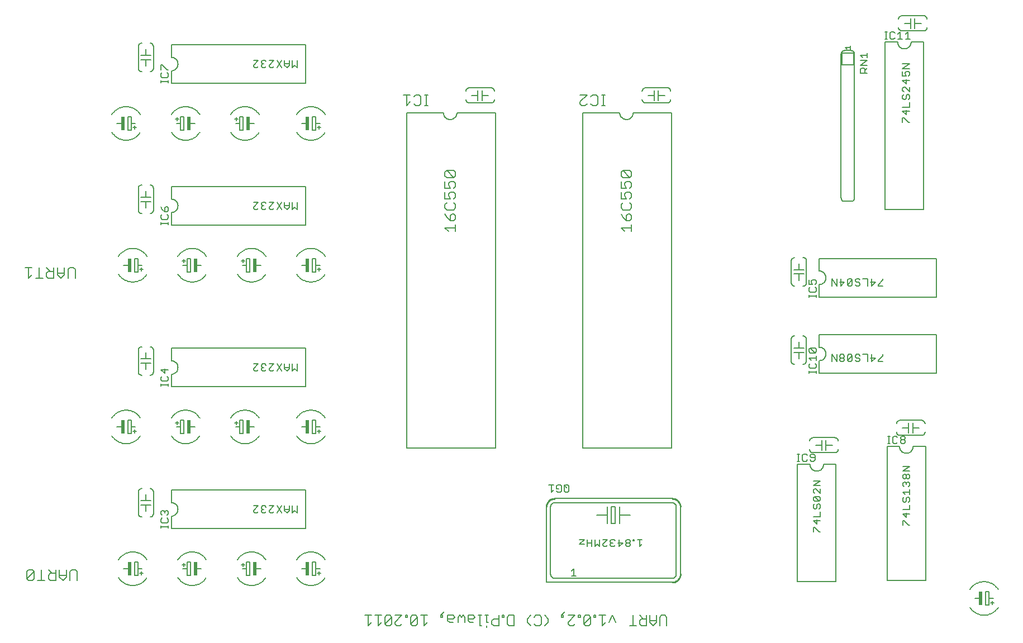
<source format=gto>
G75*
G70*
%OFA0B0*%
%FSLAX24Y24*%
%IPPOS*%
%LPD*%
%AMOC8*
5,1,8,0,0,1.08239X$1,22.5*
%
%ADD10C,0.0080*%
%ADD11R,0.0200X0.0800*%
%ADD12C,0.0100*%
%ADD13C,0.0050*%
%ADD14C,0.0060*%
D10*
X012034Y011359D02*
X012234Y011359D01*
X012234Y011759D01*
X012234Y012159D01*
X012034Y012159D01*
X012034Y011359D01*
X012334Y011509D02*
X012534Y011509D01*
X012434Y011609D02*
X012434Y011409D01*
X012484Y011759D02*
X012234Y011759D01*
X012783Y012288D02*
X012749Y012339D01*
X012712Y012388D01*
X012671Y012434D01*
X012629Y012478D01*
X012583Y012520D01*
X012535Y012558D01*
X012485Y012594D01*
X012433Y012626D01*
X012379Y012655D01*
X012323Y012680D01*
X012265Y012702D01*
X012207Y012721D01*
X012147Y012736D01*
X012087Y012747D01*
X012026Y012755D01*
X011965Y012759D01*
X011903Y012759D01*
X011842Y012755D01*
X011781Y012747D01*
X011721Y012736D01*
X011661Y012721D01*
X011603Y012702D01*
X011545Y012680D01*
X011489Y012655D01*
X011435Y012626D01*
X011383Y012594D01*
X011333Y012558D01*
X011285Y012520D01*
X011239Y012478D01*
X011197Y012434D01*
X011156Y012388D01*
X011119Y012339D01*
X011085Y012288D01*
X011384Y011759D02*
X011684Y011759D01*
X011085Y011230D02*
X011119Y011179D01*
X011156Y011130D01*
X011197Y011084D01*
X011239Y011040D01*
X011285Y010998D01*
X011333Y010960D01*
X011383Y010924D01*
X011435Y010892D01*
X011489Y010863D01*
X011545Y010838D01*
X011603Y010816D01*
X011661Y010797D01*
X011721Y010782D01*
X011781Y010771D01*
X011842Y010763D01*
X011903Y010759D01*
X011965Y010759D01*
X012026Y010763D01*
X012087Y010771D01*
X012147Y010782D01*
X012207Y010797D01*
X012265Y010816D01*
X012323Y010838D01*
X012379Y010863D01*
X012433Y010892D01*
X012485Y010924D01*
X012535Y010960D01*
X012583Y010998D01*
X012629Y011040D01*
X012671Y011084D01*
X012712Y011130D01*
X012749Y011179D01*
X012783Y011230D01*
X014878Y012009D02*
X015078Y012009D01*
X014978Y011909D02*
X014978Y012109D01*
X015178Y012159D02*
X015178Y011759D01*
X015178Y011359D01*
X015378Y011359D01*
X015378Y012159D01*
X015178Y012159D01*
X015178Y011759D02*
X014928Y011759D01*
X014629Y011230D02*
X014663Y011179D01*
X014700Y011130D01*
X014741Y011084D01*
X014783Y011040D01*
X014829Y010998D01*
X014877Y010960D01*
X014927Y010924D01*
X014979Y010892D01*
X015033Y010863D01*
X015089Y010838D01*
X015147Y010816D01*
X015205Y010797D01*
X015265Y010782D01*
X015325Y010771D01*
X015386Y010763D01*
X015447Y010759D01*
X015509Y010759D01*
X015570Y010763D01*
X015631Y010771D01*
X015691Y010782D01*
X015751Y010797D01*
X015809Y010816D01*
X015867Y010838D01*
X015923Y010863D01*
X015977Y010892D01*
X016029Y010924D01*
X016079Y010960D01*
X016127Y010998D01*
X016173Y011040D01*
X016215Y011084D01*
X016256Y011130D01*
X016293Y011179D01*
X016327Y011230D01*
X016028Y011759D02*
X015728Y011759D01*
X016327Y012288D02*
X016293Y012339D01*
X016256Y012388D01*
X016215Y012434D01*
X016173Y012478D01*
X016127Y012520D01*
X016079Y012558D01*
X016029Y012594D01*
X015977Y012626D01*
X015923Y012655D01*
X015867Y012680D01*
X015809Y012702D01*
X015751Y012721D01*
X015691Y012736D01*
X015631Y012747D01*
X015570Y012755D01*
X015509Y012759D01*
X015447Y012759D01*
X015386Y012755D01*
X015325Y012747D01*
X015265Y012736D01*
X015205Y012721D01*
X015147Y012702D01*
X015089Y012680D01*
X015033Y012655D01*
X014979Y012626D01*
X014927Y012594D01*
X014877Y012558D01*
X014829Y012520D01*
X014783Y012478D01*
X014741Y012434D01*
X014700Y012388D01*
X014663Y012339D01*
X014629Y012288D01*
X014234Y014152D02*
X014234Y014902D01*
X014044Y015029D02*
X013974Y014959D01*
X014044Y015029D02*
X014044Y015169D01*
X013974Y015240D01*
X013904Y015240D01*
X013834Y015169D01*
X013834Y015099D01*
X013834Y015169D02*
X013763Y015240D01*
X013693Y015240D01*
X013623Y015169D01*
X013623Y015029D01*
X013693Y014959D01*
X013693Y014779D02*
X013623Y014709D01*
X013623Y014569D01*
X013693Y014499D01*
X013974Y014499D01*
X014044Y014569D01*
X014044Y014709D01*
X013974Y014779D01*
X014044Y014332D02*
X014044Y014192D01*
X014044Y014262D02*
X013623Y014262D01*
X013623Y014192D02*
X013623Y014332D01*
X014234Y014152D02*
X022234Y014152D01*
X022234Y016452D01*
X014234Y016452D01*
X014234Y015702D01*
X014273Y015700D01*
X014312Y015694D01*
X014350Y015685D01*
X014387Y015672D01*
X014423Y015655D01*
X014456Y015635D01*
X014488Y015611D01*
X014517Y015585D01*
X014543Y015556D01*
X014567Y015524D01*
X014587Y015491D01*
X014604Y015455D01*
X014617Y015418D01*
X014626Y015380D01*
X014632Y015341D01*
X014634Y015302D01*
X014632Y015263D01*
X014626Y015224D01*
X014617Y015186D01*
X014604Y015149D01*
X014587Y015113D01*
X014567Y015080D01*
X014543Y015048D01*
X014517Y015019D01*
X014488Y014993D01*
X014456Y014969D01*
X014423Y014949D01*
X014387Y014932D01*
X014350Y014919D01*
X014312Y014910D01*
X014273Y014904D01*
X014234Y014902D01*
X013172Y015046D02*
X013172Y016346D01*
X013170Y016372D01*
X013165Y016398D01*
X013157Y016423D01*
X013145Y016446D01*
X013131Y016468D01*
X013113Y016487D01*
X013094Y016505D01*
X013072Y016519D01*
X013049Y016531D01*
X013024Y016539D01*
X012998Y016544D01*
X012972Y016546D01*
X012722Y016196D02*
X012722Y015816D01*
X012422Y015816D01*
X012422Y015566D02*
X012722Y015566D01*
X012722Y015196D01*
X012972Y014846D02*
X012998Y014848D01*
X013024Y014853D01*
X013049Y014861D01*
X013072Y014873D01*
X013094Y014887D01*
X013113Y014905D01*
X013131Y014924D01*
X013145Y014946D01*
X013157Y014969D01*
X013165Y014994D01*
X013170Y015020D01*
X013172Y015046D01*
X013022Y015566D02*
X012722Y015566D01*
X012722Y015816D02*
X013022Y015816D01*
X012472Y016546D02*
X012446Y016544D01*
X012420Y016539D01*
X012395Y016531D01*
X012372Y016519D01*
X012350Y016505D01*
X012331Y016487D01*
X012313Y016468D01*
X012299Y016446D01*
X012287Y016423D01*
X012279Y016398D01*
X012274Y016372D01*
X012272Y016346D01*
X012272Y015046D01*
X012274Y015020D01*
X012279Y014994D01*
X012287Y014969D01*
X012299Y014946D01*
X012313Y014924D01*
X012331Y014905D01*
X012350Y014887D01*
X012372Y014873D01*
X012395Y014861D01*
X012420Y014853D01*
X012446Y014848D01*
X012472Y014846D01*
X018421Y012009D02*
X018621Y012009D01*
X018521Y011909D02*
X018521Y012109D01*
X018721Y012159D02*
X018721Y011759D01*
X018721Y011359D01*
X018921Y011359D01*
X018921Y012159D01*
X018721Y012159D01*
X018721Y011759D02*
X018471Y011759D01*
X018172Y011230D02*
X018206Y011179D01*
X018243Y011130D01*
X018284Y011084D01*
X018326Y011040D01*
X018372Y010998D01*
X018420Y010960D01*
X018470Y010924D01*
X018522Y010892D01*
X018576Y010863D01*
X018632Y010838D01*
X018690Y010816D01*
X018748Y010797D01*
X018808Y010782D01*
X018868Y010771D01*
X018929Y010763D01*
X018990Y010759D01*
X019052Y010759D01*
X019113Y010763D01*
X019174Y010771D01*
X019234Y010782D01*
X019294Y010797D01*
X019352Y010816D01*
X019410Y010838D01*
X019466Y010863D01*
X019520Y010892D01*
X019572Y010924D01*
X019622Y010960D01*
X019670Y010998D01*
X019716Y011040D01*
X019758Y011084D01*
X019799Y011130D01*
X019836Y011179D01*
X019870Y011230D01*
X019571Y011759D02*
X019271Y011759D01*
X019870Y012288D02*
X019836Y012339D01*
X019799Y012388D01*
X019758Y012434D01*
X019716Y012478D01*
X019670Y012520D01*
X019622Y012558D01*
X019572Y012594D01*
X019520Y012626D01*
X019466Y012655D01*
X019410Y012680D01*
X019352Y012702D01*
X019294Y012721D01*
X019234Y012736D01*
X019174Y012747D01*
X019113Y012755D01*
X019052Y012759D01*
X018990Y012759D01*
X018929Y012755D01*
X018868Y012747D01*
X018808Y012736D01*
X018748Y012721D01*
X018690Y012702D01*
X018632Y012680D01*
X018576Y012655D01*
X018522Y012626D01*
X018470Y012594D01*
X018420Y012558D01*
X018372Y012520D01*
X018326Y012478D01*
X018284Y012434D01*
X018243Y012388D01*
X018206Y012339D01*
X018172Y012288D01*
X019222Y015092D02*
X019152Y015162D01*
X019152Y015232D01*
X019432Y015512D01*
X019152Y015512D01*
X019222Y015092D02*
X019362Y015092D01*
X019432Y015162D01*
X019613Y015162D02*
X019613Y015232D01*
X019683Y015302D01*
X019613Y015372D01*
X019613Y015442D01*
X019683Y015512D01*
X019823Y015512D01*
X019893Y015442D01*
X020073Y015512D02*
X020353Y015512D01*
X020073Y015232D01*
X020073Y015162D01*
X020143Y015092D01*
X020283Y015092D01*
X020353Y015162D01*
X020533Y015092D02*
X020814Y015512D01*
X020994Y015512D02*
X020994Y015232D01*
X021134Y015092D01*
X021274Y015232D01*
X021274Y015512D01*
X021454Y015512D02*
X021454Y015092D01*
X021594Y015232D01*
X021734Y015092D01*
X021734Y015512D01*
X021274Y015302D02*
X020994Y015302D01*
X020814Y015092D02*
X020533Y015512D01*
X019893Y015162D02*
X019823Y015092D01*
X019683Y015092D01*
X019613Y015162D01*
X019683Y015302D02*
X019753Y015302D01*
X022664Y012159D02*
X022664Y011359D01*
X022864Y011359D01*
X022864Y011759D01*
X022864Y012159D01*
X022664Y012159D01*
X023413Y012288D02*
X023379Y012339D01*
X023342Y012388D01*
X023301Y012434D01*
X023259Y012478D01*
X023213Y012520D01*
X023165Y012558D01*
X023115Y012594D01*
X023063Y012626D01*
X023009Y012655D01*
X022953Y012680D01*
X022895Y012702D01*
X022837Y012721D01*
X022777Y012736D01*
X022717Y012747D01*
X022656Y012755D01*
X022595Y012759D01*
X022533Y012759D01*
X022472Y012755D01*
X022411Y012747D01*
X022351Y012736D01*
X022291Y012721D01*
X022233Y012702D01*
X022175Y012680D01*
X022119Y012655D01*
X022065Y012626D01*
X022013Y012594D01*
X021963Y012558D01*
X021915Y012520D01*
X021869Y012478D01*
X021827Y012434D01*
X021786Y012388D01*
X021749Y012339D01*
X021715Y012288D01*
X022014Y011759D02*
X022314Y011759D01*
X021715Y011230D02*
X021749Y011179D01*
X021786Y011130D01*
X021827Y011084D01*
X021869Y011040D01*
X021915Y010998D01*
X021963Y010960D01*
X022013Y010924D01*
X022065Y010892D01*
X022119Y010863D01*
X022175Y010838D01*
X022233Y010816D01*
X022291Y010797D01*
X022351Y010782D01*
X022411Y010771D01*
X022472Y010763D01*
X022533Y010759D01*
X022595Y010759D01*
X022656Y010763D01*
X022717Y010771D01*
X022777Y010782D01*
X022837Y010797D01*
X022895Y010816D01*
X022953Y010838D01*
X023009Y010863D01*
X023063Y010892D01*
X023115Y010924D01*
X023165Y010960D01*
X023213Y010998D01*
X023259Y011040D01*
X023301Y011084D01*
X023342Y011130D01*
X023379Y011179D01*
X023413Y011230D01*
X023164Y011509D02*
X022964Y011509D01*
X023064Y011609D02*
X023064Y011409D01*
X023114Y011759D02*
X022864Y011759D01*
X028275Y018961D02*
X033575Y018961D01*
X033575Y038961D01*
X031275Y038961D01*
X031273Y038922D01*
X031267Y038883D01*
X031258Y038845D01*
X031245Y038808D01*
X031228Y038772D01*
X031208Y038739D01*
X031184Y038707D01*
X031158Y038678D01*
X031129Y038652D01*
X031097Y038628D01*
X031064Y038608D01*
X031028Y038591D01*
X030991Y038578D01*
X030953Y038569D01*
X030914Y038563D01*
X030875Y038561D01*
X030836Y038563D01*
X030797Y038569D01*
X030759Y038578D01*
X030722Y038591D01*
X030686Y038608D01*
X030653Y038628D01*
X030621Y038652D01*
X030592Y038678D01*
X030566Y038707D01*
X030542Y038739D01*
X030522Y038772D01*
X030505Y038808D01*
X030492Y038845D01*
X030483Y038883D01*
X030477Y038922D01*
X030475Y038961D01*
X028275Y038961D01*
X028275Y018961D01*
X023164Y019970D02*
X022964Y019970D01*
X023064Y020070D02*
X023064Y019870D01*
X022864Y019820D02*
X022864Y020220D01*
X022864Y020620D01*
X022664Y020620D01*
X022664Y019820D01*
X022864Y019820D01*
X022864Y020220D02*
X023114Y020220D01*
X023413Y020749D02*
X023379Y020800D01*
X023342Y020849D01*
X023301Y020895D01*
X023259Y020939D01*
X023213Y020981D01*
X023165Y021019D01*
X023115Y021055D01*
X023063Y021087D01*
X023009Y021116D01*
X022953Y021141D01*
X022895Y021163D01*
X022837Y021182D01*
X022777Y021197D01*
X022717Y021208D01*
X022656Y021216D01*
X022595Y021220D01*
X022533Y021220D01*
X022472Y021216D01*
X022411Y021208D01*
X022351Y021197D01*
X022291Y021182D01*
X022233Y021163D01*
X022175Y021141D01*
X022119Y021116D01*
X022065Y021087D01*
X022013Y021055D01*
X021963Y021019D01*
X021915Y020981D01*
X021869Y020939D01*
X021827Y020895D01*
X021786Y020849D01*
X021749Y020800D01*
X021715Y020749D01*
X022014Y020220D02*
X022314Y020220D01*
X021715Y019691D02*
X021749Y019640D01*
X021786Y019591D01*
X021827Y019545D01*
X021869Y019501D01*
X021915Y019459D01*
X021963Y019421D01*
X022013Y019385D01*
X022065Y019353D01*
X022119Y019324D01*
X022175Y019299D01*
X022233Y019277D01*
X022291Y019258D01*
X022351Y019243D01*
X022411Y019232D01*
X022472Y019224D01*
X022533Y019220D01*
X022595Y019220D01*
X022656Y019224D01*
X022717Y019232D01*
X022777Y019243D01*
X022837Y019258D01*
X022895Y019277D01*
X022953Y019299D01*
X023009Y019324D01*
X023063Y019353D01*
X023115Y019385D01*
X023165Y019421D01*
X023213Y019459D01*
X023259Y019501D01*
X023301Y019545D01*
X023342Y019591D01*
X023379Y019640D01*
X023413Y019691D01*
X022234Y022614D02*
X022234Y024914D01*
X014234Y024914D01*
X014234Y024164D01*
X014273Y024162D01*
X014312Y024156D01*
X014350Y024147D01*
X014387Y024134D01*
X014423Y024117D01*
X014456Y024097D01*
X014488Y024073D01*
X014517Y024047D01*
X014543Y024018D01*
X014567Y023986D01*
X014587Y023953D01*
X014604Y023917D01*
X014617Y023880D01*
X014626Y023842D01*
X014632Y023803D01*
X014634Y023764D01*
X014632Y023725D01*
X014626Y023686D01*
X014617Y023648D01*
X014604Y023611D01*
X014587Y023575D01*
X014567Y023542D01*
X014543Y023510D01*
X014517Y023481D01*
X014488Y023455D01*
X014456Y023431D01*
X014423Y023411D01*
X014387Y023394D01*
X014350Y023381D01*
X014312Y023372D01*
X014273Y023366D01*
X014234Y023364D01*
X014234Y022614D01*
X022234Y022614D01*
X021734Y023559D02*
X021594Y023699D01*
X021454Y023559D01*
X021454Y023980D01*
X021274Y023980D02*
X021274Y023699D01*
X021134Y023559D01*
X020994Y023699D01*
X020994Y023980D01*
X020814Y023980D02*
X020533Y023559D01*
X020353Y023629D02*
X020283Y023559D01*
X020143Y023559D01*
X020073Y023629D01*
X020073Y023699D01*
X020353Y023980D01*
X020073Y023980D01*
X019893Y023910D02*
X019823Y023980D01*
X019683Y023980D01*
X019613Y023910D01*
X019613Y023839D01*
X019683Y023769D01*
X019753Y023769D01*
X019683Y023769D02*
X019613Y023699D01*
X019613Y023629D01*
X019683Y023559D01*
X019823Y023559D01*
X019893Y023629D01*
X019432Y023629D02*
X019362Y023559D01*
X019222Y023559D01*
X019152Y023629D01*
X019152Y023699D01*
X019432Y023980D01*
X019152Y023980D01*
X020533Y023980D02*
X020814Y023559D01*
X020994Y023769D02*
X021274Y023769D01*
X021734Y023559D02*
X021734Y023980D01*
X018527Y020620D02*
X018327Y020620D01*
X018327Y020220D01*
X018327Y019820D01*
X018527Y019820D01*
X018527Y020620D01*
X018227Y020470D02*
X018027Y020470D01*
X018127Y020370D02*
X018127Y020570D01*
X018077Y020220D02*
X018327Y020220D01*
X017778Y019691D02*
X017812Y019640D01*
X017849Y019591D01*
X017890Y019545D01*
X017932Y019501D01*
X017978Y019459D01*
X018026Y019421D01*
X018076Y019385D01*
X018128Y019353D01*
X018182Y019324D01*
X018238Y019299D01*
X018296Y019277D01*
X018354Y019258D01*
X018414Y019243D01*
X018474Y019232D01*
X018535Y019224D01*
X018596Y019220D01*
X018658Y019220D01*
X018719Y019224D01*
X018780Y019232D01*
X018840Y019243D01*
X018900Y019258D01*
X018958Y019277D01*
X019016Y019299D01*
X019072Y019324D01*
X019126Y019353D01*
X019178Y019385D01*
X019228Y019421D01*
X019276Y019459D01*
X019322Y019501D01*
X019364Y019545D01*
X019405Y019591D01*
X019442Y019640D01*
X019476Y019691D01*
X019177Y020220D02*
X018877Y020220D01*
X019476Y020749D02*
X019442Y020800D01*
X019405Y020849D01*
X019364Y020895D01*
X019322Y020939D01*
X019276Y020981D01*
X019228Y021019D01*
X019178Y021055D01*
X019126Y021087D01*
X019072Y021116D01*
X019016Y021141D01*
X018958Y021163D01*
X018900Y021182D01*
X018840Y021197D01*
X018780Y021208D01*
X018719Y021216D01*
X018658Y021220D01*
X018596Y021220D01*
X018535Y021216D01*
X018474Y021208D01*
X018414Y021197D01*
X018354Y021182D01*
X018296Y021163D01*
X018238Y021141D01*
X018182Y021116D01*
X018128Y021087D01*
X018076Y021055D01*
X018026Y021019D01*
X017978Y020981D01*
X017932Y020939D01*
X017890Y020895D01*
X017849Y020849D01*
X017812Y020800D01*
X017778Y020749D01*
X015634Y020220D02*
X015334Y020220D01*
X015933Y019691D02*
X015899Y019640D01*
X015862Y019591D01*
X015821Y019545D01*
X015779Y019501D01*
X015733Y019459D01*
X015685Y019421D01*
X015635Y019385D01*
X015583Y019353D01*
X015529Y019324D01*
X015473Y019299D01*
X015415Y019277D01*
X015357Y019258D01*
X015297Y019243D01*
X015237Y019232D01*
X015176Y019224D01*
X015115Y019220D01*
X015053Y019220D01*
X014992Y019224D01*
X014931Y019232D01*
X014871Y019243D01*
X014811Y019258D01*
X014753Y019277D01*
X014695Y019299D01*
X014639Y019324D01*
X014585Y019353D01*
X014533Y019385D01*
X014483Y019421D01*
X014435Y019459D01*
X014389Y019501D01*
X014347Y019545D01*
X014306Y019591D01*
X014269Y019640D01*
X014235Y019691D01*
X014784Y019820D02*
X014984Y019820D01*
X014984Y020620D01*
X014784Y020620D01*
X014784Y020220D01*
X014784Y019820D01*
X014784Y020220D02*
X014534Y020220D01*
X014584Y020370D02*
X014584Y020570D01*
X014484Y020470D02*
X014684Y020470D01*
X014235Y020749D02*
X014269Y020800D01*
X014306Y020849D01*
X014347Y020895D01*
X014389Y020939D01*
X014435Y020981D01*
X014483Y021019D01*
X014533Y021055D01*
X014585Y021087D01*
X014639Y021116D01*
X014695Y021141D01*
X014753Y021163D01*
X014811Y021182D01*
X014871Y021197D01*
X014931Y021208D01*
X014992Y021216D01*
X015053Y021220D01*
X015115Y021220D01*
X015176Y021216D01*
X015237Y021208D01*
X015297Y021197D01*
X015357Y021182D01*
X015415Y021163D01*
X015473Y021141D01*
X015529Y021116D01*
X015583Y021087D01*
X015635Y021055D01*
X015685Y021019D01*
X015733Y020981D01*
X015779Y020939D01*
X015821Y020895D01*
X015862Y020849D01*
X015899Y020800D01*
X015933Y020749D01*
X014044Y022654D02*
X014044Y022794D01*
X014044Y022724D02*
X013623Y022724D01*
X013623Y022654D02*
X013623Y022794D01*
X013693Y022961D02*
X013974Y022961D01*
X014044Y023031D01*
X014044Y023171D01*
X013974Y023241D01*
X013834Y023421D02*
X013834Y023701D01*
X014044Y023631D02*
X013623Y023631D01*
X013834Y023421D01*
X013693Y023241D02*
X013623Y023171D01*
X013623Y023031D01*
X013693Y022961D01*
X013172Y023507D02*
X013172Y024807D01*
X013170Y024833D01*
X013165Y024859D01*
X013157Y024884D01*
X013145Y024907D01*
X013131Y024929D01*
X013113Y024948D01*
X013094Y024966D01*
X013072Y024980D01*
X013049Y024992D01*
X013024Y025000D01*
X012998Y025005D01*
X012972Y025007D01*
X012722Y024657D02*
X012722Y024277D01*
X012422Y024277D01*
X012422Y024027D02*
X012722Y024027D01*
X012722Y023657D01*
X012972Y023307D02*
X012998Y023309D01*
X013024Y023314D01*
X013049Y023322D01*
X013072Y023334D01*
X013094Y023348D01*
X013113Y023366D01*
X013131Y023385D01*
X013145Y023407D01*
X013157Y023430D01*
X013165Y023455D01*
X013170Y023481D01*
X013172Y023507D01*
X013022Y024027D02*
X012722Y024027D01*
X012722Y024277D02*
X013022Y024277D01*
X012472Y025007D02*
X012446Y025005D01*
X012420Y025000D01*
X012395Y024992D01*
X012372Y024980D01*
X012350Y024966D01*
X012331Y024948D01*
X012313Y024929D01*
X012299Y024907D01*
X012287Y024884D01*
X012279Y024859D01*
X012274Y024833D01*
X012272Y024807D01*
X012272Y023507D01*
X012274Y023481D01*
X012279Y023455D01*
X012287Y023430D01*
X012299Y023407D01*
X012313Y023385D01*
X012331Y023366D01*
X012350Y023348D01*
X012372Y023334D01*
X012395Y023322D01*
X012420Y023314D01*
X012446Y023309D01*
X012472Y023307D01*
X011841Y020620D02*
X011641Y020620D01*
X011641Y019820D01*
X011841Y019820D01*
X011841Y020220D01*
X011841Y020620D01*
X011841Y020220D02*
X012091Y020220D01*
X012041Y020070D02*
X012041Y019870D01*
X012141Y019970D02*
X011941Y019970D01*
X012390Y020749D02*
X012356Y020800D01*
X012319Y020849D01*
X012278Y020895D01*
X012236Y020939D01*
X012190Y020981D01*
X012142Y021019D01*
X012092Y021055D01*
X012040Y021087D01*
X011986Y021116D01*
X011930Y021141D01*
X011872Y021163D01*
X011814Y021182D01*
X011754Y021197D01*
X011694Y021208D01*
X011633Y021216D01*
X011572Y021220D01*
X011510Y021220D01*
X011449Y021216D01*
X011388Y021208D01*
X011328Y021197D01*
X011268Y021182D01*
X011210Y021163D01*
X011152Y021141D01*
X011096Y021116D01*
X011042Y021087D01*
X010990Y021055D01*
X010940Y021019D01*
X010892Y020981D01*
X010846Y020939D01*
X010804Y020895D01*
X010763Y020849D01*
X010726Y020800D01*
X010692Y020749D01*
X010991Y020220D02*
X011291Y020220D01*
X010692Y019691D02*
X010726Y019640D01*
X010763Y019591D01*
X010804Y019545D01*
X010846Y019501D01*
X010892Y019459D01*
X010940Y019421D01*
X010990Y019385D01*
X011042Y019353D01*
X011096Y019324D01*
X011152Y019299D01*
X011210Y019277D01*
X011268Y019258D01*
X011328Y019243D01*
X011388Y019232D01*
X011449Y019224D01*
X011510Y019220D01*
X011572Y019220D01*
X011633Y019224D01*
X011694Y019232D01*
X011754Y019243D01*
X011814Y019258D01*
X011872Y019277D01*
X011930Y019299D01*
X011986Y019324D01*
X012040Y019353D01*
X012092Y019385D01*
X012142Y019421D01*
X012190Y019459D01*
X012236Y019501D01*
X012278Y019545D01*
X012319Y019591D01*
X012356Y019640D01*
X012390Y019691D01*
X012234Y029469D02*
X012034Y029469D01*
X012034Y030269D01*
X012234Y030269D01*
X012234Y029869D01*
X012234Y029469D01*
X012334Y029619D02*
X012534Y029619D01*
X012434Y029719D02*
X012434Y029519D01*
X012484Y029869D02*
X012234Y029869D01*
X012783Y030398D02*
X012749Y030449D01*
X012712Y030498D01*
X012671Y030544D01*
X012629Y030588D01*
X012583Y030630D01*
X012535Y030668D01*
X012485Y030704D01*
X012433Y030736D01*
X012379Y030765D01*
X012323Y030790D01*
X012265Y030812D01*
X012207Y030831D01*
X012147Y030846D01*
X012087Y030857D01*
X012026Y030865D01*
X011965Y030869D01*
X011903Y030869D01*
X011842Y030865D01*
X011781Y030857D01*
X011721Y030846D01*
X011661Y030831D01*
X011603Y030812D01*
X011545Y030790D01*
X011489Y030765D01*
X011435Y030736D01*
X011383Y030704D01*
X011333Y030668D01*
X011285Y030630D01*
X011239Y030588D01*
X011197Y030544D01*
X011156Y030498D01*
X011119Y030449D01*
X011085Y030398D01*
X011384Y029869D02*
X011684Y029869D01*
X011085Y029340D02*
X011119Y029289D01*
X011156Y029240D01*
X011197Y029194D01*
X011239Y029150D01*
X011285Y029108D01*
X011333Y029070D01*
X011383Y029034D01*
X011435Y029002D01*
X011489Y028973D01*
X011545Y028948D01*
X011603Y028926D01*
X011661Y028907D01*
X011721Y028892D01*
X011781Y028881D01*
X011842Y028873D01*
X011903Y028869D01*
X011965Y028869D01*
X012026Y028873D01*
X012087Y028881D01*
X012147Y028892D01*
X012207Y028907D01*
X012265Y028926D01*
X012323Y028948D01*
X012379Y028973D01*
X012433Y029002D01*
X012485Y029034D01*
X012535Y029070D01*
X012583Y029108D01*
X012629Y029150D01*
X012671Y029194D01*
X012712Y029240D01*
X012749Y029289D01*
X012783Y029340D01*
X014878Y030119D02*
X015078Y030119D01*
X014978Y030019D02*
X014978Y030219D01*
X015178Y030269D02*
X015178Y029869D01*
X015178Y029469D01*
X015378Y029469D01*
X015378Y030269D01*
X015178Y030269D01*
X015178Y029869D02*
X014928Y029869D01*
X014629Y029340D02*
X014663Y029289D01*
X014700Y029240D01*
X014741Y029194D01*
X014783Y029150D01*
X014829Y029108D01*
X014877Y029070D01*
X014927Y029034D01*
X014979Y029002D01*
X015033Y028973D01*
X015089Y028948D01*
X015147Y028926D01*
X015205Y028907D01*
X015265Y028892D01*
X015325Y028881D01*
X015386Y028873D01*
X015447Y028869D01*
X015509Y028869D01*
X015570Y028873D01*
X015631Y028881D01*
X015691Y028892D01*
X015751Y028907D01*
X015809Y028926D01*
X015867Y028948D01*
X015923Y028973D01*
X015977Y029002D01*
X016029Y029034D01*
X016079Y029070D01*
X016127Y029108D01*
X016173Y029150D01*
X016215Y029194D01*
X016256Y029240D01*
X016293Y029289D01*
X016327Y029340D01*
X016028Y029869D02*
X015728Y029869D01*
X016327Y030398D02*
X016293Y030449D01*
X016256Y030498D01*
X016215Y030544D01*
X016173Y030588D01*
X016127Y030630D01*
X016079Y030668D01*
X016029Y030704D01*
X015977Y030736D01*
X015923Y030765D01*
X015867Y030790D01*
X015809Y030812D01*
X015751Y030831D01*
X015691Y030846D01*
X015631Y030857D01*
X015570Y030865D01*
X015509Y030869D01*
X015447Y030869D01*
X015386Y030865D01*
X015325Y030857D01*
X015265Y030846D01*
X015205Y030831D01*
X015147Y030812D01*
X015089Y030790D01*
X015033Y030765D01*
X014979Y030736D01*
X014927Y030704D01*
X014877Y030668D01*
X014829Y030630D01*
X014783Y030588D01*
X014741Y030544D01*
X014700Y030498D01*
X014663Y030449D01*
X014629Y030398D01*
X014234Y032262D02*
X014234Y033012D01*
X014044Y033140D02*
X014044Y033280D01*
X013974Y033350D01*
X013904Y033350D01*
X013834Y033280D01*
X013834Y033070D01*
X013974Y033070D01*
X014044Y033140D01*
X013834Y033070D02*
X013693Y033210D01*
X013623Y033350D01*
X013693Y032889D02*
X013623Y032819D01*
X013623Y032679D01*
X013693Y032609D01*
X013974Y032609D01*
X014044Y032679D01*
X014044Y032819D01*
X013974Y032889D01*
X014044Y032442D02*
X014044Y032302D01*
X014044Y032372D02*
X013623Y032372D01*
X013623Y032302D02*
X013623Y032442D01*
X014234Y032262D02*
X022234Y032262D01*
X022234Y034562D01*
X014234Y034562D01*
X014234Y033812D01*
X014273Y033810D01*
X014312Y033804D01*
X014350Y033795D01*
X014387Y033782D01*
X014423Y033765D01*
X014456Y033745D01*
X014488Y033721D01*
X014517Y033695D01*
X014543Y033666D01*
X014567Y033634D01*
X014587Y033601D01*
X014604Y033565D01*
X014617Y033528D01*
X014626Y033490D01*
X014632Y033451D01*
X014634Y033412D01*
X014632Y033373D01*
X014626Y033334D01*
X014617Y033296D01*
X014604Y033259D01*
X014587Y033223D01*
X014567Y033190D01*
X014543Y033158D01*
X014517Y033129D01*
X014488Y033103D01*
X014456Y033079D01*
X014423Y033059D01*
X014387Y033042D01*
X014350Y033029D01*
X014312Y033020D01*
X014273Y033014D01*
X014234Y033012D01*
X013172Y033156D02*
X013172Y034456D01*
X013170Y034482D01*
X013165Y034508D01*
X013157Y034533D01*
X013145Y034556D01*
X013131Y034578D01*
X013113Y034597D01*
X013094Y034615D01*
X013072Y034629D01*
X013049Y034641D01*
X013024Y034649D01*
X012998Y034654D01*
X012972Y034656D01*
X012722Y034306D02*
X012722Y033926D01*
X012422Y033926D01*
X012422Y033676D02*
X012722Y033676D01*
X012722Y033306D01*
X012972Y032956D02*
X012998Y032958D01*
X013024Y032963D01*
X013049Y032971D01*
X013072Y032983D01*
X013094Y032997D01*
X013113Y033015D01*
X013131Y033034D01*
X013145Y033056D01*
X013157Y033079D01*
X013165Y033104D01*
X013170Y033130D01*
X013172Y033156D01*
X013022Y033676D02*
X012722Y033676D01*
X012722Y033926D02*
X013022Y033926D01*
X012472Y034656D02*
X012446Y034654D01*
X012420Y034649D01*
X012395Y034641D01*
X012372Y034629D01*
X012350Y034615D01*
X012331Y034597D01*
X012313Y034578D01*
X012299Y034556D01*
X012287Y034533D01*
X012279Y034508D01*
X012274Y034482D01*
X012272Y034456D01*
X012272Y033156D01*
X012274Y033130D01*
X012279Y033104D01*
X012287Y033079D01*
X012299Y033056D01*
X012313Y033034D01*
X012331Y033015D01*
X012350Y032997D01*
X012372Y032983D01*
X012395Y032971D01*
X012420Y032963D01*
X012446Y032958D01*
X012472Y032956D01*
X018421Y030119D02*
X018621Y030119D01*
X018521Y030019D02*
X018521Y030219D01*
X018721Y030269D02*
X018721Y029869D01*
X018721Y029469D01*
X018921Y029469D01*
X018921Y030269D01*
X018721Y030269D01*
X018721Y029869D02*
X018471Y029869D01*
X018172Y029340D02*
X018206Y029289D01*
X018243Y029240D01*
X018284Y029194D01*
X018326Y029150D01*
X018372Y029108D01*
X018420Y029070D01*
X018470Y029034D01*
X018522Y029002D01*
X018576Y028973D01*
X018632Y028948D01*
X018690Y028926D01*
X018748Y028907D01*
X018808Y028892D01*
X018868Y028881D01*
X018929Y028873D01*
X018990Y028869D01*
X019052Y028869D01*
X019113Y028873D01*
X019174Y028881D01*
X019234Y028892D01*
X019294Y028907D01*
X019352Y028926D01*
X019410Y028948D01*
X019466Y028973D01*
X019520Y029002D01*
X019572Y029034D01*
X019622Y029070D01*
X019670Y029108D01*
X019716Y029150D01*
X019758Y029194D01*
X019799Y029240D01*
X019836Y029289D01*
X019870Y029340D01*
X019571Y029869D02*
X019271Y029869D01*
X019870Y030398D02*
X019836Y030449D01*
X019799Y030498D01*
X019758Y030544D01*
X019716Y030588D01*
X019670Y030630D01*
X019622Y030668D01*
X019572Y030704D01*
X019520Y030736D01*
X019466Y030765D01*
X019410Y030790D01*
X019352Y030812D01*
X019294Y030831D01*
X019234Y030846D01*
X019174Y030857D01*
X019113Y030865D01*
X019052Y030869D01*
X018990Y030869D01*
X018929Y030865D01*
X018868Y030857D01*
X018808Y030846D01*
X018748Y030831D01*
X018690Y030812D01*
X018632Y030790D01*
X018576Y030765D01*
X018522Y030736D01*
X018470Y030704D01*
X018420Y030668D01*
X018372Y030630D01*
X018326Y030588D01*
X018284Y030544D01*
X018243Y030498D01*
X018206Y030449D01*
X018172Y030398D01*
X019222Y033202D02*
X019152Y033272D01*
X019152Y033342D01*
X019432Y033622D01*
X019152Y033622D01*
X019222Y033202D02*
X019362Y033202D01*
X019432Y033272D01*
X019613Y033272D02*
X019613Y033342D01*
X019683Y033412D01*
X019613Y033482D01*
X019613Y033552D01*
X019683Y033622D01*
X019823Y033622D01*
X019893Y033552D01*
X020073Y033622D02*
X020353Y033622D01*
X020073Y033342D01*
X020073Y033272D01*
X020143Y033202D01*
X020283Y033202D01*
X020353Y033272D01*
X020533Y033202D02*
X020814Y033622D01*
X020994Y033622D02*
X020994Y033342D01*
X021134Y033202D01*
X021274Y033342D01*
X021274Y033622D01*
X021454Y033622D02*
X021454Y033202D01*
X021594Y033342D01*
X021734Y033202D01*
X021734Y033622D01*
X021274Y033412D02*
X020994Y033412D01*
X020814Y033202D02*
X020533Y033622D01*
X019893Y033272D02*
X019823Y033202D01*
X019683Y033202D01*
X019613Y033272D01*
X019683Y033412D02*
X019753Y033412D01*
X022014Y029869D02*
X022314Y029869D01*
X021715Y030398D02*
X021749Y030449D01*
X021786Y030498D01*
X021827Y030544D01*
X021869Y030588D01*
X021915Y030630D01*
X021963Y030668D01*
X022013Y030704D01*
X022065Y030736D01*
X022119Y030765D01*
X022175Y030790D01*
X022233Y030812D01*
X022291Y030831D01*
X022351Y030846D01*
X022411Y030857D01*
X022472Y030865D01*
X022533Y030869D01*
X022595Y030869D01*
X022656Y030865D01*
X022717Y030857D01*
X022777Y030846D01*
X022837Y030831D01*
X022895Y030812D01*
X022953Y030790D01*
X023009Y030765D01*
X023063Y030736D01*
X023115Y030704D01*
X023165Y030668D01*
X023213Y030630D01*
X023259Y030588D01*
X023301Y030544D01*
X023342Y030498D01*
X023379Y030449D01*
X023413Y030398D01*
X022864Y030269D02*
X022664Y030269D01*
X022664Y029469D01*
X022864Y029469D01*
X022864Y029869D01*
X022864Y030269D01*
X022864Y029869D02*
X023114Y029869D01*
X023064Y029719D02*
X023064Y029519D01*
X023164Y029619D02*
X022964Y029619D01*
X023413Y029340D02*
X023379Y029289D01*
X023342Y029240D01*
X023301Y029194D01*
X023259Y029150D01*
X023213Y029108D01*
X023165Y029070D01*
X023115Y029034D01*
X023063Y029002D01*
X023009Y028973D01*
X022953Y028948D01*
X022895Y028926D01*
X022837Y028907D01*
X022777Y028892D01*
X022717Y028881D01*
X022656Y028873D01*
X022595Y028869D01*
X022533Y028869D01*
X022472Y028873D01*
X022411Y028881D01*
X022351Y028892D01*
X022291Y028907D01*
X022233Y028926D01*
X022175Y028948D01*
X022119Y028973D01*
X022065Y029002D01*
X022013Y029034D01*
X021963Y029070D01*
X021915Y029108D01*
X021869Y029150D01*
X021827Y029194D01*
X021786Y029240D01*
X021749Y029289D01*
X021715Y029340D01*
X030564Y032091D02*
X030771Y031884D01*
X030564Y032091D02*
X031185Y032091D01*
X031185Y031884D02*
X031185Y032298D01*
X031081Y032529D02*
X031185Y032632D01*
X031185Y032839D01*
X031081Y032942D01*
X030978Y032942D01*
X030874Y032839D01*
X030874Y032529D01*
X031081Y032529D01*
X030874Y032529D02*
X030668Y032736D01*
X030564Y032942D01*
X030668Y033173D02*
X031081Y033173D01*
X031185Y033277D01*
X031185Y033484D01*
X031081Y033587D01*
X031081Y033818D02*
X031185Y033921D01*
X031185Y034128D01*
X031081Y034231D01*
X030874Y034231D01*
X030771Y034128D01*
X030771Y034025D01*
X030874Y033818D01*
X030564Y033818D01*
X030564Y034231D01*
X030564Y034462D02*
X030874Y034462D01*
X030771Y034669D01*
X030771Y034773D01*
X030874Y034876D01*
X031081Y034876D01*
X031185Y034773D01*
X031185Y034566D01*
X031081Y034462D01*
X030564Y034462D02*
X030564Y034876D01*
X030668Y035107D02*
X030564Y035210D01*
X030564Y035417D01*
X030668Y035521D01*
X031081Y035107D01*
X031185Y035210D01*
X031185Y035417D01*
X031081Y035521D01*
X030668Y035521D01*
X030668Y035107D02*
X031081Y035107D01*
X030668Y033587D02*
X030564Y033484D01*
X030564Y033277D01*
X030668Y033173D01*
X029559Y039404D02*
X029353Y039404D01*
X029456Y039404D02*
X029456Y040025D01*
X029559Y040025D02*
X029353Y040025D01*
X029130Y039921D02*
X029026Y040025D01*
X028820Y040025D01*
X028716Y039921D01*
X028485Y040025D02*
X028072Y040025D01*
X028278Y040025D02*
X028278Y039404D01*
X028485Y039611D01*
X028716Y039508D02*
X028820Y039404D01*
X029026Y039404D01*
X029130Y039508D01*
X029130Y039921D01*
X031812Y039754D02*
X031814Y039728D01*
X031819Y039702D01*
X031827Y039677D01*
X031839Y039654D01*
X031853Y039632D01*
X031871Y039613D01*
X031890Y039595D01*
X031912Y039581D01*
X031935Y039569D01*
X031960Y039561D01*
X031986Y039556D01*
X032012Y039554D01*
X033312Y039554D01*
X033338Y039556D01*
X033364Y039561D01*
X033389Y039569D01*
X033412Y039581D01*
X033434Y039595D01*
X033453Y039613D01*
X033471Y039632D01*
X033485Y039654D01*
X033497Y039677D01*
X033505Y039702D01*
X033510Y039728D01*
X033512Y039754D01*
X033162Y040004D02*
X032782Y040004D01*
X032782Y040304D01*
X032532Y040304D02*
X032532Y040004D01*
X032162Y040004D01*
X031812Y040254D02*
X031814Y040280D01*
X031819Y040306D01*
X031827Y040331D01*
X031839Y040354D01*
X031853Y040376D01*
X031871Y040395D01*
X031890Y040413D01*
X031912Y040427D01*
X031935Y040439D01*
X031960Y040447D01*
X031986Y040452D01*
X032012Y040454D01*
X033312Y040454D01*
X033338Y040452D01*
X033364Y040447D01*
X033389Y040439D01*
X033412Y040427D01*
X033434Y040413D01*
X033453Y040395D01*
X033471Y040376D01*
X033485Y040354D01*
X033497Y040331D01*
X033505Y040306D01*
X033510Y040280D01*
X033512Y040254D01*
X032782Y040004D02*
X032782Y039704D01*
X032532Y039704D02*
X032532Y040004D01*
X038620Y040025D02*
X039033Y040025D01*
X038620Y039611D01*
X038620Y039508D01*
X038723Y039404D01*
X038930Y039404D01*
X039033Y039508D01*
X039264Y039508D02*
X039368Y039404D01*
X039575Y039404D01*
X039678Y039508D01*
X039678Y039921D01*
X039575Y040025D01*
X039368Y040025D01*
X039264Y039921D01*
X039901Y040025D02*
X040108Y040025D01*
X040004Y040025D02*
X040004Y039404D01*
X039901Y039404D02*
X040108Y039404D01*
X040989Y038962D02*
X038789Y038962D01*
X038789Y018962D01*
X044089Y018962D01*
X044089Y038962D01*
X041789Y038962D01*
X041787Y038923D01*
X041781Y038884D01*
X041772Y038846D01*
X041759Y038809D01*
X041742Y038773D01*
X041722Y038740D01*
X041698Y038708D01*
X041672Y038679D01*
X041643Y038653D01*
X041611Y038629D01*
X041578Y038609D01*
X041542Y038592D01*
X041505Y038579D01*
X041467Y038570D01*
X041428Y038564D01*
X041389Y038562D01*
X041350Y038564D01*
X041311Y038570D01*
X041273Y038579D01*
X041236Y038592D01*
X041200Y038609D01*
X041167Y038629D01*
X041135Y038653D01*
X041106Y038679D01*
X041080Y038708D01*
X041056Y038740D01*
X041036Y038773D01*
X041019Y038809D01*
X041006Y038846D01*
X040997Y038884D01*
X040991Y038923D01*
X040989Y038962D01*
X042527Y039554D02*
X043827Y039554D01*
X043853Y039556D01*
X043879Y039561D01*
X043904Y039569D01*
X043927Y039581D01*
X043949Y039595D01*
X043968Y039613D01*
X043986Y039632D01*
X044000Y039654D01*
X044012Y039677D01*
X044020Y039702D01*
X044025Y039728D01*
X044027Y039754D01*
X043677Y040004D02*
X043297Y040004D01*
X043297Y040304D01*
X043047Y040304D02*
X043047Y040004D01*
X042677Y040004D01*
X042327Y040254D02*
X042329Y040280D01*
X042334Y040306D01*
X042342Y040331D01*
X042354Y040354D01*
X042368Y040376D01*
X042386Y040395D01*
X042405Y040413D01*
X042427Y040427D01*
X042450Y040439D01*
X042475Y040447D01*
X042501Y040452D01*
X042527Y040454D01*
X043827Y040454D01*
X043853Y040452D01*
X043879Y040447D01*
X043904Y040439D01*
X043927Y040427D01*
X043949Y040413D01*
X043968Y040395D01*
X043986Y040376D01*
X044000Y040354D01*
X044012Y040331D01*
X044020Y040306D01*
X044025Y040280D01*
X044027Y040254D01*
X043297Y040004D02*
X043297Y039704D01*
X043047Y039704D02*
X043047Y040004D01*
X042527Y039554D02*
X042501Y039556D01*
X042475Y039561D01*
X042450Y039569D01*
X042427Y039581D01*
X042405Y039595D01*
X042386Y039613D01*
X042368Y039632D01*
X042354Y039654D01*
X042342Y039677D01*
X042334Y039702D01*
X042329Y039728D01*
X042327Y039754D01*
X041596Y035521D02*
X041699Y035417D01*
X041699Y035210D01*
X041596Y035107D01*
X041182Y035521D01*
X041596Y035521D01*
X041182Y035521D02*
X041079Y035417D01*
X041079Y035210D01*
X041182Y035107D01*
X041596Y035107D01*
X041596Y034876D02*
X041699Y034773D01*
X041699Y034566D01*
X041596Y034462D01*
X041389Y034462D02*
X041286Y034669D01*
X041286Y034773D01*
X041389Y034876D01*
X041596Y034876D01*
X041389Y034462D02*
X041079Y034462D01*
X041079Y034876D01*
X041079Y034231D02*
X041079Y033818D01*
X041389Y033818D01*
X041286Y034025D01*
X041286Y034128D01*
X041389Y034231D01*
X041596Y034231D01*
X041699Y034128D01*
X041699Y033921D01*
X041596Y033818D01*
X041596Y033587D02*
X041699Y033484D01*
X041699Y033277D01*
X041596Y033173D01*
X041182Y033173D01*
X041079Y033277D01*
X041079Y033484D01*
X041182Y033587D01*
X041079Y032942D02*
X041182Y032736D01*
X041389Y032529D01*
X041389Y032839D01*
X041493Y032942D01*
X041596Y032942D01*
X041699Y032839D01*
X041699Y032632D01*
X041596Y032529D01*
X041389Y032529D01*
X041699Y032298D02*
X041699Y031884D01*
X041699Y032091D02*
X041079Y032091D01*
X041286Y031884D01*
X051230Y030125D02*
X051230Y028825D01*
X051232Y028799D01*
X051237Y028773D01*
X051245Y028748D01*
X051257Y028725D01*
X051271Y028703D01*
X051289Y028684D01*
X051308Y028666D01*
X051330Y028652D01*
X051353Y028640D01*
X051378Y028632D01*
X051404Y028627D01*
X051430Y028625D01*
X051680Y028975D02*
X051680Y029345D01*
X051380Y029345D01*
X051380Y029595D02*
X051680Y029595D01*
X051680Y029975D01*
X051930Y030325D02*
X051956Y030323D01*
X051982Y030318D01*
X052007Y030310D01*
X052030Y030298D01*
X052052Y030284D01*
X052071Y030266D01*
X052089Y030247D01*
X052103Y030225D01*
X052115Y030202D01*
X052123Y030177D01*
X052128Y030151D01*
X052130Y030125D01*
X052130Y028825D01*
X052285Y028728D02*
X052285Y029009D01*
X052425Y028939D02*
X052495Y029009D01*
X052635Y029009D01*
X052705Y028939D01*
X052705Y028798D01*
X052635Y028728D01*
X052495Y028728D02*
X052425Y028868D01*
X052425Y028939D01*
X052495Y028728D02*
X052285Y028728D01*
X052355Y028548D02*
X052285Y028478D01*
X052285Y028338D01*
X052355Y028268D01*
X052635Y028268D01*
X052705Y028338D01*
X052705Y028478D01*
X052635Y028548D01*
X052895Y028721D02*
X052895Y027971D01*
X059895Y027971D01*
X059895Y030271D01*
X052895Y030271D01*
X052895Y029521D01*
X052934Y029519D01*
X052973Y029513D01*
X053011Y029504D01*
X053048Y029491D01*
X053084Y029474D01*
X053117Y029454D01*
X053149Y029430D01*
X053178Y029404D01*
X053204Y029375D01*
X053228Y029343D01*
X053248Y029310D01*
X053265Y029274D01*
X053278Y029237D01*
X053287Y029199D01*
X053293Y029160D01*
X053295Y029121D01*
X053293Y029082D01*
X053287Y029043D01*
X053278Y029005D01*
X053265Y028968D01*
X053248Y028932D01*
X053228Y028899D01*
X053204Y028867D01*
X053178Y028838D01*
X053149Y028812D01*
X053117Y028788D01*
X053084Y028768D01*
X053048Y028751D01*
X053011Y028738D01*
X052973Y028729D01*
X052934Y028723D01*
X052895Y028721D01*
X052705Y028101D02*
X052705Y027961D01*
X052705Y028031D02*
X052285Y028031D01*
X052285Y027961D02*
X052285Y028101D01*
X051930Y028625D02*
X051956Y028627D01*
X051982Y028632D01*
X052007Y028640D01*
X052030Y028652D01*
X052052Y028666D01*
X052071Y028684D01*
X052089Y028703D01*
X052103Y028725D01*
X052115Y028748D01*
X052123Y028773D01*
X052128Y028799D01*
X052130Y028825D01*
X051980Y029345D02*
X051680Y029345D01*
X051680Y029595D02*
X051980Y029595D01*
X051430Y030325D02*
X051404Y030323D01*
X051378Y030318D01*
X051353Y030310D01*
X051330Y030298D01*
X051308Y030284D01*
X051289Y030266D01*
X051271Y030247D01*
X051257Y030225D01*
X051245Y030202D01*
X051237Y030177D01*
X051232Y030151D01*
X051230Y030125D01*
X053656Y029055D02*
X053656Y028635D01*
X053936Y028635D02*
X053656Y029055D01*
X053936Y029055D02*
X053936Y028635D01*
X054186Y028635D02*
X054396Y028845D01*
X054116Y028845D01*
X054186Y029055D02*
X054186Y028635D01*
X054576Y028705D02*
X054857Y028985D01*
X054787Y029055D01*
X054646Y029055D01*
X054576Y028985D01*
X054576Y028705D01*
X054646Y028635D01*
X054787Y028635D01*
X054857Y028705D01*
X054857Y028985D01*
X055037Y028985D02*
X055107Y029055D01*
X055247Y029055D01*
X055317Y028985D01*
X055247Y028845D02*
X055107Y028845D01*
X055037Y028915D01*
X055037Y028985D01*
X055247Y028845D02*
X055317Y028775D01*
X055317Y028705D01*
X055247Y028635D01*
X055107Y028635D01*
X055037Y028705D01*
X055497Y029055D02*
X055777Y029055D01*
X055777Y028635D01*
X056027Y028635D02*
X056238Y028845D01*
X055957Y028845D01*
X056027Y029055D02*
X056027Y028635D01*
X056418Y028635D02*
X056418Y028705D01*
X056698Y028985D01*
X056698Y029055D01*
X056698Y028635D02*
X056418Y028635D01*
X059895Y025725D02*
X052895Y025725D01*
X052895Y024975D01*
X052705Y024853D02*
X052705Y024713D01*
X052635Y024642D01*
X052355Y024923D01*
X052635Y024923D01*
X052705Y024853D01*
X052635Y024642D02*
X052355Y024642D01*
X052285Y024713D01*
X052285Y024853D01*
X052355Y024923D01*
X051968Y024924D02*
X051668Y024924D01*
X051668Y025304D01*
X051918Y025654D02*
X051944Y025652D01*
X051970Y025647D01*
X051995Y025639D01*
X052018Y025627D01*
X052040Y025613D01*
X052059Y025595D01*
X052077Y025576D01*
X052091Y025554D01*
X052103Y025531D01*
X052111Y025506D01*
X052116Y025480D01*
X052118Y025454D01*
X052118Y024154D01*
X052116Y024128D01*
X052111Y024102D01*
X052103Y024077D01*
X052091Y024054D01*
X052077Y024032D01*
X052059Y024013D01*
X052040Y023995D01*
X052018Y023981D01*
X051995Y023969D01*
X051970Y023961D01*
X051944Y023956D01*
X051918Y023954D01*
X052285Y023932D02*
X052285Y023792D01*
X052355Y023722D01*
X052635Y023722D01*
X052705Y023792D01*
X052705Y023932D01*
X052635Y024002D01*
X052705Y024182D02*
X052705Y024462D01*
X052705Y024322D02*
X052285Y024322D01*
X052425Y024182D01*
X052355Y024002D02*
X052285Y023932D01*
X052285Y023555D02*
X052285Y023415D01*
X052285Y023485D02*
X052705Y023485D01*
X052705Y023415D02*
X052705Y023555D01*
X052895Y023425D02*
X052895Y024175D01*
X052934Y024177D01*
X052973Y024183D01*
X053011Y024192D01*
X053048Y024205D01*
X053084Y024222D01*
X053117Y024242D01*
X053149Y024266D01*
X053178Y024292D01*
X053204Y024321D01*
X053228Y024353D01*
X053248Y024386D01*
X053265Y024422D01*
X053278Y024459D01*
X053287Y024497D01*
X053293Y024536D01*
X053295Y024575D01*
X053293Y024614D01*
X053287Y024653D01*
X053278Y024691D01*
X053265Y024728D01*
X053248Y024764D01*
X053228Y024797D01*
X053204Y024829D01*
X053178Y024858D01*
X053149Y024884D01*
X053117Y024908D01*
X053084Y024928D01*
X053048Y024945D01*
X053011Y024958D01*
X052973Y024967D01*
X052934Y024973D01*
X052895Y024975D01*
X053656Y024546D02*
X053656Y024126D01*
X053936Y024126D02*
X053656Y024546D01*
X053936Y024546D02*
X053936Y024126D01*
X054116Y024196D02*
X054116Y024266D01*
X054186Y024336D01*
X054326Y024336D01*
X054396Y024266D01*
X054396Y024196D01*
X054326Y024126D01*
X054186Y024126D01*
X054116Y024196D01*
X054186Y024336D02*
X054116Y024406D01*
X054116Y024476D01*
X054186Y024546D01*
X054326Y024546D01*
X054396Y024476D01*
X054396Y024406D01*
X054326Y024336D01*
X054576Y024196D02*
X054857Y024476D01*
X054787Y024546D01*
X054646Y024546D01*
X054576Y024476D01*
X054576Y024196D01*
X054646Y024126D01*
X054787Y024126D01*
X054857Y024196D01*
X054857Y024476D01*
X055037Y024476D02*
X055107Y024546D01*
X055247Y024546D01*
X055317Y024476D01*
X055247Y024336D02*
X055107Y024336D01*
X055037Y024406D01*
X055037Y024476D01*
X055247Y024336D02*
X055317Y024266D01*
X055317Y024196D01*
X055247Y024126D01*
X055107Y024126D01*
X055037Y024196D01*
X055497Y024546D02*
X055777Y024546D01*
X055777Y024126D01*
X056028Y024126D02*
X056238Y024336D01*
X055957Y024336D01*
X056028Y024546D02*
X056028Y024126D01*
X056418Y024126D02*
X056418Y024196D01*
X056698Y024476D01*
X056698Y024546D01*
X056698Y024126D02*
X056418Y024126D01*
X059895Y023425D02*
X052895Y023425D01*
X051668Y024304D02*
X051668Y024674D01*
X051368Y024674D01*
X051368Y024924D02*
X051668Y024924D01*
X051668Y024674D02*
X051968Y024674D01*
X051418Y023954D02*
X051392Y023956D01*
X051366Y023961D01*
X051341Y023969D01*
X051318Y023981D01*
X051296Y023995D01*
X051277Y024013D01*
X051259Y024032D01*
X051245Y024054D01*
X051233Y024077D01*
X051225Y024102D01*
X051220Y024128D01*
X051218Y024154D01*
X051218Y025454D01*
X051220Y025480D01*
X051225Y025506D01*
X051233Y025531D01*
X051245Y025554D01*
X051259Y025576D01*
X051277Y025595D01*
X051296Y025613D01*
X051318Y025627D01*
X051341Y025639D01*
X051366Y025647D01*
X051392Y025652D01*
X051418Y025654D01*
X057704Y020617D02*
X059004Y020617D01*
X059030Y020615D01*
X059056Y020610D01*
X059081Y020602D01*
X059104Y020590D01*
X059126Y020576D01*
X059145Y020558D01*
X059163Y020539D01*
X059177Y020517D01*
X059189Y020494D01*
X059197Y020469D01*
X059202Y020443D01*
X059204Y020417D01*
X058854Y020167D02*
X058474Y020167D01*
X058474Y020467D01*
X058224Y020467D02*
X058224Y020167D01*
X057854Y020167D01*
X057504Y019917D02*
X057506Y019891D01*
X057511Y019865D01*
X057519Y019840D01*
X057531Y019817D01*
X057545Y019795D01*
X057563Y019776D01*
X057582Y019758D01*
X057604Y019744D01*
X057627Y019732D01*
X057652Y019724D01*
X057678Y019719D01*
X057704Y019717D01*
X059004Y019717D01*
X059030Y019719D01*
X059056Y019724D01*
X059081Y019732D01*
X059104Y019744D01*
X059126Y019758D01*
X059145Y019776D01*
X059163Y019795D01*
X059177Y019817D01*
X059189Y019840D01*
X059197Y019865D01*
X059202Y019891D01*
X059204Y019917D01*
X058474Y019867D02*
X058474Y020167D01*
X058224Y020167D02*
X058224Y019867D01*
X057952Y019659D02*
X058023Y019589D01*
X058023Y019519D01*
X057952Y019449D01*
X057812Y019449D01*
X057742Y019519D01*
X057742Y019589D01*
X057812Y019659D01*
X057952Y019659D01*
X057952Y019449D02*
X058023Y019379D01*
X058023Y019309D01*
X057952Y019239D01*
X057812Y019239D01*
X057742Y019309D01*
X057742Y019379D01*
X057812Y019449D01*
X057562Y019309D02*
X057492Y019239D01*
X057352Y019239D01*
X057282Y019309D01*
X057282Y019589D01*
X057352Y019659D01*
X057492Y019659D01*
X057562Y019589D01*
X057115Y019659D02*
X056975Y019659D01*
X057045Y019659D02*
X057045Y019239D01*
X056975Y019239D02*
X057115Y019239D01*
X056935Y019049D02*
X057685Y019049D01*
X057687Y019010D01*
X057693Y018971D01*
X057702Y018933D01*
X057715Y018896D01*
X057732Y018860D01*
X057752Y018827D01*
X057776Y018795D01*
X057802Y018766D01*
X057831Y018740D01*
X057863Y018716D01*
X057896Y018696D01*
X057932Y018679D01*
X057969Y018666D01*
X058007Y018657D01*
X058046Y018651D01*
X058085Y018649D01*
X058124Y018651D01*
X058163Y018657D01*
X058201Y018666D01*
X058238Y018679D01*
X058274Y018696D01*
X058307Y018716D01*
X058339Y018740D01*
X058368Y018766D01*
X058394Y018795D01*
X058418Y018827D01*
X058438Y018860D01*
X058455Y018896D01*
X058468Y018933D01*
X058477Y018971D01*
X058483Y019010D01*
X058485Y019049D01*
X059235Y019049D01*
X059235Y011049D01*
X056935Y011049D01*
X056935Y019049D01*
X057504Y020417D02*
X057506Y020443D01*
X057511Y020469D01*
X057519Y020494D01*
X057531Y020517D01*
X057545Y020539D01*
X057563Y020558D01*
X057582Y020576D01*
X057604Y020590D01*
X057627Y020602D01*
X057652Y020610D01*
X057678Y020615D01*
X057704Y020617D01*
X059895Y023425D02*
X059895Y025725D01*
X053824Y019577D02*
X052524Y019577D01*
X052498Y019575D01*
X052472Y019570D01*
X052447Y019562D01*
X052424Y019550D01*
X052402Y019536D01*
X052383Y019518D01*
X052365Y019499D01*
X052351Y019477D01*
X052339Y019454D01*
X052331Y019429D01*
X052326Y019403D01*
X052324Y019377D01*
X052674Y019127D02*
X053044Y019127D01*
X053044Y019427D01*
X053294Y019427D02*
X053294Y019127D01*
X053674Y019127D01*
X054024Y019377D02*
X054022Y019403D01*
X054017Y019429D01*
X054009Y019454D01*
X053997Y019477D01*
X053983Y019499D01*
X053965Y019518D01*
X053946Y019536D01*
X053924Y019550D01*
X053901Y019562D01*
X053876Y019570D01*
X053850Y019575D01*
X053824Y019577D01*
X053294Y019127D02*
X053294Y018827D01*
X053044Y018827D02*
X053044Y019127D01*
X052524Y018677D02*
X052498Y018679D01*
X052472Y018684D01*
X052447Y018692D01*
X052424Y018704D01*
X052402Y018718D01*
X052383Y018736D01*
X052365Y018755D01*
X052351Y018777D01*
X052339Y018800D01*
X052331Y018825D01*
X052326Y018851D01*
X052324Y018877D01*
X052524Y018677D02*
X053824Y018677D01*
X053850Y018679D01*
X053876Y018684D01*
X053901Y018692D01*
X053924Y018704D01*
X053946Y018718D01*
X053965Y018736D01*
X053983Y018755D01*
X053997Y018777D01*
X054009Y018800D01*
X054017Y018825D01*
X054022Y018851D01*
X054024Y018877D01*
X053897Y017985D02*
X053147Y017985D01*
X053145Y017946D01*
X053139Y017907D01*
X053130Y017869D01*
X053117Y017832D01*
X053100Y017796D01*
X053080Y017763D01*
X053056Y017731D01*
X053030Y017702D01*
X053001Y017676D01*
X052969Y017652D01*
X052936Y017632D01*
X052900Y017615D01*
X052863Y017602D01*
X052825Y017593D01*
X052786Y017587D01*
X052747Y017585D01*
X052708Y017587D01*
X052669Y017593D01*
X052631Y017602D01*
X052594Y017615D01*
X052558Y017632D01*
X052525Y017652D01*
X052493Y017676D01*
X052464Y017702D01*
X052438Y017731D01*
X052414Y017763D01*
X052394Y017796D01*
X052377Y017832D01*
X052364Y017869D01*
X052355Y017907D01*
X052349Y017946D01*
X052347Y017985D01*
X051597Y017985D01*
X051597Y010985D01*
X053897Y010985D01*
X053897Y017985D01*
X052635Y018245D02*
X052635Y018525D01*
X052565Y018595D01*
X052425Y018595D01*
X052355Y018525D01*
X052355Y018455D01*
X052425Y018385D01*
X052635Y018385D01*
X052635Y018245D02*
X052565Y018175D01*
X052425Y018175D01*
X052355Y018245D01*
X052175Y018245D02*
X052105Y018175D01*
X051964Y018175D01*
X051894Y018245D01*
X051894Y018525D01*
X051964Y018595D01*
X052105Y018595D01*
X052175Y018525D01*
X051728Y018595D02*
X051587Y018595D01*
X051658Y018595D02*
X051658Y018175D01*
X051728Y018175D02*
X051587Y018175D01*
X052537Y016995D02*
X052957Y016995D01*
X052537Y016715D01*
X052957Y016715D01*
X052957Y016534D02*
X052957Y016254D01*
X052677Y016534D01*
X052607Y016534D01*
X052537Y016464D01*
X052537Y016324D01*
X052607Y016254D01*
X052607Y016074D02*
X052887Y015794D01*
X052957Y015864D01*
X052957Y016004D01*
X052887Y016074D01*
X052607Y016074D01*
X052537Y016004D01*
X052537Y015864D01*
X052607Y015794D01*
X052887Y015794D01*
X052887Y015614D02*
X052957Y015544D01*
X052957Y015404D01*
X052887Y015333D01*
X052747Y015404D02*
X052747Y015544D01*
X052817Y015614D01*
X052887Y015614D01*
X052747Y015404D02*
X052677Y015333D01*
X052607Y015333D01*
X052537Y015404D01*
X052537Y015544D01*
X052607Y015614D01*
X052957Y015153D02*
X052957Y014873D01*
X052537Y014873D01*
X052537Y014623D02*
X052747Y014413D01*
X052747Y014693D01*
X052957Y014623D02*
X052537Y014623D01*
X052537Y014233D02*
X052607Y014233D01*
X052887Y013952D01*
X052957Y013952D01*
X052537Y013952D02*
X052537Y014233D01*
X057875Y014356D02*
X057875Y014636D01*
X057945Y014636D01*
X058225Y014356D01*
X058295Y014356D01*
X058085Y014816D02*
X058085Y015097D01*
X058295Y015026D02*
X057875Y015026D01*
X058085Y014816D01*
X057875Y015277D02*
X058295Y015277D01*
X058295Y015557D01*
X058225Y015737D02*
X058295Y015807D01*
X058295Y015947D01*
X058225Y016017D01*
X058155Y016017D01*
X058085Y015947D01*
X058085Y015807D01*
X058015Y015737D01*
X057945Y015737D01*
X057875Y015807D01*
X057875Y015947D01*
X057945Y016017D01*
X058015Y016197D02*
X057875Y016338D01*
X058295Y016338D01*
X058295Y016478D02*
X058295Y016197D01*
X058225Y016658D02*
X058295Y016728D01*
X058295Y016868D01*
X058225Y016938D01*
X058155Y016938D01*
X058085Y016868D01*
X058085Y016798D01*
X058085Y016868D02*
X058015Y016938D01*
X057945Y016938D01*
X057875Y016868D01*
X057875Y016728D01*
X057945Y016658D01*
X057945Y017118D02*
X058015Y017118D01*
X058085Y017188D01*
X058085Y017328D01*
X058155Y017398D01*
X058225Y017398D01*
X058295Y017328D01*
X058295Y017188D01*
X058225Y017118D01*
X058155Y017118D01*
X058085Y017188D01*
X058085Y017328D02*
X058015Y017398D01*
X057945Y017398D01*
X057875Y017328D01*
X057875Y017188D01*
X057945Y017118D01*
X057875Y017578D02*
X058295Y017859D01*
X057875Y017859D01*
X057875Y017578D02*
X058295Y017578D01*
X062822Y010387D02*
X062822Y009587D01*
X063022Y009587D01*
X063022Y009987D01*
X063022Y010387D01*
X062822Y010387D01*
X063571Y010516D02*
X063537Y010567D01*
X063500Y010616D01*
X063459Y010662D01*
X063417Y010706D01*
X063371Y010748D01*
X063323Y010786D01*
X063273Y010822D01*
X063221Y010854D01*
X063167Y010883D01*
X063111Y010908D01*
X063053Y010930D01*
X062995Y010949D01*
X062935Y010964D01*
X062875Y010975D01*
X062814Y010983D01*
X062753Y010987D01*
X062691Y010987D01*
X062630Y010983D01*
X062569Y010975D01*
X062509Y010964D01*
X062449Y010949D01*
X062391Y010930D01*
X062333Y010908D01*
X062277Y010883D01*
X062223Y010854D01*
X062171Y010822D01*
X062121Y010786D01*
X062073Y010748D01*
X062027Y010706D01*
X061985Y010662D01*
X061944Y010616D01*
X061907Y010567D01*
X061873Y010516D01*
X062172Y009987D02*
X062472Y009987D01*
X061873Y009458D02*
X061907Y009407D01*
X061944Y009358D01*
X061985Y009312D01*
X062027Y009268D01*
X062073Y009226D01*
X062121Y009188D01*
X062171Y009152D01*
X062223Y009120D01*
X062277Y009091D01*
X062333Y009066D01*
X062391Y009044D01*
X062449Y009025D01*
X062509Y009010D01*
X062569Y008999D01*
X062630Y008991D01*
X062691Y008987D01*
X062753Y008987D01*
X062814Y008991D01*
X062875Y008999D01*
X062935Y009010D01*
X062995Y009025D01*
X063053Y009044D01*
X063111Y009066D01*
X063167Y009091D01*
X063221Y009120D01*
X063273Y009152D01*
X063323Y009188D01*
X063371Y009226D01*
X063417Y009268D01*
X063459Y009312D01*
X063500Y009358D01*
X063537Y009407D01*
X063571Y009458D01*
X063322Y009737D02*
X063122Y009737D01*
X063222Y009837D02*
X063222Y009637D01*
X063272Y009987D02*
X063022Y009987D01*
X044612Y011444D02*
X044612Y015444D01*
X044362Y015444D02*
X044362Y011444D01*
X044360Y011414D01*
X044355Y011384D01*
X044346Y011355D01*
X044333Y011328D01*
X044318Y011302D01*
X044299Y011278D01*
X044278Y011257D01*
X044254Y011238D01*
X044228Y011223D01*
X044201Y011210D01*
X044172Y011201D01*
X044142Y011196D01*
X044112Y011194D01*
X037112Y011194D01*
X037082Y011196D01*
X037052Y011201D01*
X037023Y011210D01*
X036996Y011223D01*
X036970Y011238D01*
X036946Y011257D01*
X036925Y011278D01*
X036906Y011302D01*
X036891Y011328D01*
X036878Y011355D01*
X036869Y011384D01*
X036864Y011414D01*
X036862Y011444D01*
X036862Y015444D01*
X036864Y015474D01*
X036869Y015504D01*
X036878Y015533D01*
X036891Y015560D01*
X036906Y015586D01*
X036925Y015610D01*
X036946Y015631D01*
X036970Y015650D01*
X036996Y015665D01*
X037023Y015678D01*
X037052Y015687D01*
X037082Y015692D01*
X037112Y015694D01*
X044112Y015694D01*
X044112Y015944D02*
X037112Y015944D01*
X037294Y016329D02*
X037434Y016329D01*
X037504Y016399D01*
X037504Y016679D01*
X037434Y016749D01*
X037294Y016749D01*
X037224Y016679D01*
X037224Y016539D01*
X037364Y016539D01*
X037224Y016399D02*
X037294Y016329D01*
X037044Y016469D02*
X036904Y016329D01*
X036904Y016749D01*
X037044Y016749D02*
X036764Y016749D01*
X037684Y016749D02*
X037825Y016609D01*
X037895Y016749D02*
X037965Y016679D01*
X037965Y016399D01*
X037895Y016329D01*
X037755Y016329D01*
X037684Y016399D01*
X037684Y016679D01*
X037755Y016749D01*
X037895Y016749D01*
X036612Y015444D02*
X036612Y010944D01*
X044112Y010944D01*
X042180Y013083D02*
X042180Y013503D01*
X042320Y013503D02*
X042039Y013503D01*
X041859Y013503D02*
X041789Y013503D01*
X041789Y013433D01*
X041859Y013433D01*
X041859Y013503D01*
X041629Y013433D02*
X041629Y013363D01*
X041559Y013293D01*
X041419Y013293D01*
X041349Y013363D01*
X041349Y013433D01*
X041419Y013503D01*
X041559Y013503D01*
X041629Y013433D01*
X041559Y013293D02*
X041629Y013223D01*
X041629Y013153D01*
X041559Y013083D01*
X041419Y013083D01*
X041349Y013153D01*
X041349Y013223D01*
X041419Y013293D01*
X041169Y013293D02*
X040889Y013293D01*
X040959Y013083D02*
X041169Y013293D01*
X040959Y013503D02*
X040959Y013083D01*
X040708Y013153D02*
X040638Y013083D01*
X040498Y013083D01*
X040428Y013153D01*
X040428Y013223D01*
X040498Y013293D01*
X040428Y013363D01*
X040428Y013433D01*
X040498Y013503D01*
X040638Y013503D01*
X040708Y013433D01*
X040568Y013293D02*
X040498Y013293D01*
X040248Y013153D02*
X040178Y013083D01*
X040038Y013083D01*
X039968Y013153D01*
X039968Y013223D01*
X040248Y013503D01*
X039968Y013503D01*
X039788Y013503D02*
X039788Y013083D01*
X039648Y013223D01*
X039507Y013083D01*
X039507Y013503D01*
X039327Y013503D02*
X039327Y013083D01*
X039327Y013293D02*
X039047Y013293D01*
X038867Y013223D02*
X038587Y013223D01*
X038867Y013503D01*
X038587Y013503D01*
X039047Y013503D02*
X039047Y013083D01*
X040242Y014444D02*
X040242Y014944D01*
X039612Y014944D01*
X040242Y014944D02*
X040242Y015444D01*
X040482Y015444D02*
X040732Y015444D01*
X040732Y014444D01*
X040482Y014444D01*
X040482Y015444D01*
X040982Y015444D02*
X040982Y014944D01*
X040982Y014444D01*
X040982Y014944D02*
X041612Y014944D01*
X042320Y013223D02*
X042180Y013083D01*
X044362Y015444D02*
X044360Y015474D01*
X044355Y015504D01*
X044346Y015533D01*
X044333Y015560D01*
X044318Y015586D01*
X044299Y015610D01*
X044278Y015631D01*
X044254Y015650D01*
X044228Y015665D01*
X044201Y015678D01*
X044172Y015687D01*
X044142Y015692D01*
X044112Y015694D01*
X038382Y011334D02*
X038102Y011334D01*
X038242Y011334D02*
X038242Y011754D01*
X038102Y011614D01*
X056823Y033178D02*
X059123Y033178D01*
X059123Y043178D01*
X058373Y043178D01*
X058321Y043368D02*
X058040Y043368D01*
X058181Y043368D02*
X058181Y043788D01*
X058040Y043648D01*
X057823Y043853D02*
X059123Y043853D01*
X059149Y043855D01*
X059175Y043860D01*
X059200Y043868D01*
X059223Y043880D01*
X059245Y043894D01*
X059264Y043912D01*
X059282Y043931D01*
X059296Y043953D01*
X059308Y043976D01*
X059316Y044001D01*
X059321Y044027D01*
X059323Y044053D01*
X058973Y044303D02*
X058593Y044303D01*
X058593Y044603D01*
X058343Y044603D02*
X058343Y044303D01*
X057973Y044303D01*
X057623Y044053D02*
X057625Y044027D01*
X057630Y044001D01*
X057638Y043976D01*
X057650Y043953D01*
X057664Y043931D01*
X057682Y043912D01*
X057701Y043894D01*
X057723Y043880D01*
X057746Y043868D01*
X057771Y043860D01*
X057797Y043855D01*
X057823Y043853D01*
X057720Y043788D02*
X057720Y043368D01*
X057580Y043368D02*
X057860Y043368D01*
X057573Y043178D02*
X057575Y043139D01*
X057581Y043100D01*
X057590Y043062D01*
X057603Y043025D01*
X057620Y042989D01*
X057640Y042956D01*
X057664Y042924D01*
X057690Y042895D01*
X057719Y042869D01*
X057751Y042845D01*
X057784Y042825D01*
X057820Y042808D01*
X057857Y042795D01*
X057895Y042786D01*
X057934Y042780D01*
X057973Y042778D01*
X058012Y042780D01*
X058051Y042786D01*
X058089Y042795D01*
X058126Y042808D01*
X058162Y042825D01*
X058195Y042845D01*
X058227Y042869D01*
X058256Y042895D01*
X058282Y042924D01*
X058306Y042956D01*
X058326Y042989D01*
X058343Y043025D01*
X058356Y043062D01*
X058365Y043100D01*
X058371Y043139D01*
X058373Y043178D01*
X057573Y043178D02*
X056823Y043178D01*
X056823Y033178D01*
X054998Y033878D02*
X054998Y042478D01*
X054948Y042528D02*
X054948Y041828D01*
X054248Y041828D01*
X054248Y042528D01*
X054948Y042528D01*
X054998Y042478D02*
X054996Y042504D01*
X054991Y042530D01*
X054983Y042555D01*
X054971Y042578D01*
X054957Y042600D01*
X054939Y042619D01*
X054920Y042637D01*
X054898Y042651D01*
X054875Y042663D01*
X054850Y042671D01*
X054824Y042676D01*
X054798Y042678D01*
X054398Y042678D01*
X054541Y042759D02*
X054438Y042862D01*
X054748Y042862D01*
X054748Y042759D02*
X054748Y042966D01*
X054398Y042678D02*
X054372Y042676D01*
X054346Y042671D01*
X054321Y042663D01*
X054298Y042651D01*
X054276Y042637D01*
X054257Y042619D01*
X054239Y042600D01*
X054225Y042578D01*
X054213Y042555D01*
X054205Y042530D01*
X054200Y042504D01*
X054198Y042478D01*
X054198Y033878D01*
X054200Y033852D01*
X054205Y033826D01*
X054213Y033801D01*
X054225Y033778D01*
X054239Y033756D01*
X054257Y033737D01*
X054276Y033719D01*
X054298Y033705D01*
X054321Y033693D01*
X054346Y033685D01*
X054372Y033680D01*
X054398Y033678D01*
X054798Y033678D01*
X054824Y033680D01*
X054850Y033685D01*
X054875Y033693D01*
X054898Y033705D01*
X054920Y033719D01*
X054939Y033737D01*
X054957Y033756D01*
X054971Y033778D01*
X054983Y033801D01*
X054991Y033826D01*
X054996Y033852D01*
X054998Y033878D01*
X057863Y038385D02*
X057863Y038665D01*
X057933Y038665D01*
X058213Y038385D01*
X058283Y038385D01*
X058073Y038845D02*
X058073Y039126D01*
X058283Y039055D02*
X057863Y039055D01*
X058073Y038845D01*
X057863Y039306D02*
X058283Y039306D01*
X058283Y039586D01*
X058213Y039766D02*
X058283Y039836D01*
X058283Y039976D01*
X058213Y040046D01*
X058143Y040046D01*
X058073Y039976D01*
X058073Y039836D01*
X058003Y039766D01*
X057933Y039766D01*
X057863Y039836D01*
X057863Y039976D01*
X057933Y040046D01*
X057933Y040226D02*
X057863Y040296D01*
X057863Y040436D01*
X057933Y040507D01*
X058003Y040507D01*
X058283Y040226D01*
X058283Y040507D01*
X058073Y040687D02*
X058073Y040967D01*
X058073Y041147D02*
X058003Y041287D01*
X058003Y041357D01*
X058073Y041427D01*
X058213Y041427D01*
X058283Y041357D01*
X058283Y041217D01*
X058213Y041147D01*
X058073Y041147D02*
X057863Y041147D01*
X057863Y041427D01*
X057863Y041607D02*
X058283Y041888D01*
X057863Y041888D01*
X057863Y041607D02*
X058283Y041607D01*
X058283Y040897D02*
X057863Y040897D01*
X058073Y040687D01*
X055755Y041337D02*
X055334Y041337D01*
X055334Y041547D01*
X055404Y041617D01*
X055545Y041617D01*
X055615Y041547D01*
X055615Y041337D01*
X055615Y041477D02*
X055755Y041617D01*
X055755Y041797D02*
X055334Y041797D01*
X055755Y042077D01*
X055334Y042077D01*
X055474Y042258D02*
X055334Y042398D01*
X055755Y042398D01*
X055755Y042258D02*
X055755Y042538D01*
X056813Y043368D02*
X056953Y043368D01*
X056883Y043368D02*
X056883Y043788D01*
X056813Y043788D02*
X056953Y043788D01*
X057120Y043718D02*
X057120Y043438D01*
X057190Y043368D01*
X057330Y043368D01*
X057400Y043438D01*
X057580Y043648D02*
X057720Y043788D01*
X057400Y043718D02*
X057330Y043788D01*
X057190Y043788D01*
X057120Y043718D01*
X057623Y044553D02*
X057625Y044579D01*
X057630Y044605D01*
X057638Y044630D01*
X057650Y044653D01*
X057664Y044675D01*
X057682Y044694D01*
X057701Y044712D01*
X057723Y044726D01*
X057746Y044738D01*
X057771Y044746D01*
X057797Y044751D01*
X057823Y044753D01*
X059123Y044753D01*
X059149Y044751D01*
X059175Y044746D01*
X059200Y044738D01*
X059223Y044726D01*
X059245Y044712D01*
X059264Y044694D01*
X059282Y044675D01*
X059296Y044653D01*
X059308Y044630D01*
X059316Y044605D01*
X059321Y044579D01*
X059323Y044553D01*
X058593Y044303D02*
X058593Y044003D01*
X058343Y044003D02*
X058343Y044303D01*
X023164Y038081D02*
X022964Y038081D01*
X023064Y038181D02*
X023064Y037981D01*
X022864Y037931D02*
X022864Y038331D01*
X022864Y038731D01*
X022664Y038731D01*
X022664Y037931D01*
X022864Y037931D01*
X022864Y038331D02*
X023114Y038331D01*
X023413Y038860D02*
X023379Y038911D01*
X023342Y038960D01*
X023301Y039006D01*
X023259Y039050D01*
X023213Y039092D01*
X023165Y039130D01*
X023115Y039166D01*
X023063Y039198D01*
X023009Y039227D01*
X022953Y039252D01*
X022895Y039274D01*
X022837Y039293D01*
X022777Y039308D01*
X022717Y039319D01*
X022656Y039327D01*
X022595Y039331D01*
X022533Y039331D01*
X022472Y039327D01*
X022411Y039319D01*
X022351Y039308D01*
X022291Y039293D01*
X022233Y039274D01*
X022175Y039252D01*
X022119Y039227D01*
X022065Y039198D01*
X022013Y039166D01*
X021963Y039130D01*
X021915Y039092D01*
X021869Y039050D01*
X021827Y039006D01*
X021786Y038960D01*
X021749Y038911D01*
X021715Y038860D01*
X022014Y038331D02*
X022314Y038331D01*
X021715Y037802D02*
X021749Y037751D01*
X021786Y037702D01*
X021827Y037656D01*
X021869Y037612D01*
X021915Y037570D01*
X021963Y037532D01*
X022013Y037496D01*
X022065Y037464D01*
X022119Y037435D01*
X022175Y037410D01*
X022233Y037388D01*
X022291Y037369D01*
X022351Y037354D01*
X022411Y037343D01*
X022472Y037335D01*
X022533Y037331D01*
X022595Y037331D01*
X022656Y037335D01*
X022717Y037343D01*
X022777Y037354D01*
X022837Y037369D01*
X022895Y037388D01*
X022953Y037410D01*
X023009Y037435D01*
X023063Y037464D01*
X023115Y037496D01*
X023165Y037532D01*
X023213Y037570D01*
X023259Y037612D01*
X023301Y037656D01*
X023342Y037702D01*
X023379Y037751D01*
X023413Y037802D01*
X019177Y038331D02*
X018877Y038331D01*
X019476Y037802D02*
X019442Y037751D01*
X019405Y037702D01*
X019364Y037656D01*
X019322Y037612D01*
X019276Y037570D01*
X019228Y037532D01*
X019178Y037496D01*
X019126Y037464D01*
X019072Y037435D01*
X019016Y037410D01*
X018958Y037388D01*
X018900Y037369D01*
X018840Y037354D01*
X018780Y037343D01*
X018719Y037335D01*
X018658Y037331D01*
X018596Y037331D01*
X018535Y037335D01*
X018474Y037343D01*
X018414Y037354D01*
X018354Y037369D01*
X018296Y037388D01*
X018238Y037410D01*
X018182Y037435D01*
X018128Y037464D01*
X018076Y037496D01*
X018026Y037532D01*
X017978Y037570D01*
X017932Y037612D01*
X017890Y037656D01*
X017849Y037702D01*
X017812Y037751D01*
X017778Y037802D01*
X018327Y037931D02*
X018527Y037931D01*
X018527Y038731D01*
X018327Y038731D01*
X018327Y038331D01*
X018327Y037931D01*
X018327Y038331D02*
X018077Y038331D01*
X018127Y038481D02*
X018127Y038681D01*
X018027Y038581D02*
X018227Y038581D01*
X017778Y038860D02*
X017812Y038911D01*
X017849Y038960D01*
X017890Y039006D01*
X017932Y039050D01*
X017978Y039092D01*
X018026Y039130D01*
X018076Y039166D01*
X018128Y039198D01*
X018182Y039227D01*
X018238Y039252D01*
X018296Y039274D01*
X018354Y039293D01*
X018414Y039308D01*
X018474Y039319D01*
X018535Y039327D01*
X018596Y039331D01*
X018658Y039331D01*
X018719Y039327D01*
X018780Y039319D01*
X018840Y039308D01*
X018900Y039293D01*
X018958Y039274D01*
X019016Y039252D01*
X019072Y039227D01*
X019126Y039198D01*
X019178Y039166D01*
X019228Y039130D01*
X019276Y039092D01*
X019322Y039050D01*
X019364Y039006D01*
X019405Y038960D01*
X019442Y038911D01*
X019476Y038860D01*
X022234Y040724D02*
X022234Y043024D01*
X014234Y043024D01*
X014234Y042274D01*
X014273Y042272D01*
X014312Y042266D01*
X014350Y042257D01*
X014387Y042244D01*
X014423Y042227D01*
X014456Y042207D01*
X014488Y042183D01*
X014517Y042157D01*
X014543Y042128D01*
X014567Y042096D01*
X014587Y042063D01*
X014604Y042027D01*
X014617Y041990D01*
X014626Y041952D01*
X014632Y041913D01*
X014634Y041874D01*
X014632Y041835D01*
X014626Y041796D01*
X014617Y041758D01*
X014604Y041721D01*
X014587Y041685D01*
X014567Y041652D01*
X014543Y041620D01*
X014517Y041591D01*
X014488Y041565D01*
X014456Y041541D01*
X014423Y041521D01*
X014387Y041504D01*
X014350Y041491D01*
X014312Y041482D01*
X014273Y041476D01*
X014234Y041474D01*
X014234Y040724D01*
X022234Y040724D01*
X021734Y041669D02*
X021594Y041810D01*
X021454Y041669D01*
X021454Y042090D01*
X021274Y042090D02*
X021274Y041810D01*
X021134Y041669D01*
X020994Y041810D01*
X020994Y042090D01*
X020814Y042090D02*
X020533Y041669D01*
X020353Y041740D02*
X020283Y041669D01*
X020143Y041669D01*
X020073Y041740D01*
X020073Y041810D01*
X020353Y042090D01*
X020073Y042090D01*
X019893Y042020D02*
X019823Y042090D01*
X019683Y042090D01*
X019613Y042020D01*
X019613Y041950D01*
X019683Y041880D01*
X019753Y041880D01*
X019683Y041880D02*
X019613Y041810D01*
X019613Y041740D01*
X019683Y041669D01*
X019823Y041669D01*
X019893Y041740D01*
X019432Y041740D02*
X019362Y041669D01*
X019222Y041669D01*
X019152Y041740D01*
X019152Y041810D01*
X019432Y042090D01*
X019152Y042090D01*
X020533Y042090D02*
X020814Y041669D01*
X020994Y041880D02*
X021274Y041880D01*
X021734Y042090D02*
X021734Y041669D01*
X015634Y038331D02*
X015334Y038331D01*
X015933Y037802D02*
X015899Y037751D01*
X015862Y037702D01*
X015821Y037656D01*
X015779Y037612D01*
X015733Y037570D01*
X015685Y037532D01*
X015635Y037496D01*
X015583Y037464D01*
X015529Y037435D01*
X015473Y037410D01*
X015415Y037388D01*
X015357Y037369D01*
X015297Y037354D01*
X015237Y037343D01*
X015176Y037335D01*
X015115Y037331D01*
X015053Y037331D01*
X014992Y037335D01*
X014931Y037343D01*
X014871Y037354D01*
X014811Y037369D01*
X014753Y037388D01*
X014695Y037410D01*
X014639Y037435D01*
X014585Y037464D01*
X014533Y037496D01*
X014483Y037532D01*
X014435Y037570D01*
X014389Y037612D01*
X014347Y037656D01*
X014306Y037702D01*
X014269Y037751D01*
X014235Y037802D01*
X014784Y037931D02*
X014984Y037931D01*
X014984Y038731D01*
X014784Y038731D01*
X014784Y038331D01*
X014784Y037931D01*
X014784Y038331D02*
X014534Y038331D01*
X014584Y038481D02*
X014584Y038681D01*
X014484Y038581D02*
X014684Y038581D01*
X014235Y038860D02*
X014269Y038911D01*
X014306Y038960D01*
X014347Y039006D01*
X014389Y039050D01*
X014435Y039092D01*
X014483Y039130D01*
X014533Y039166D01*
X014585Y039198D01*
X014639Y039227D01*
X014695Y039252D01*
X014753Y039274D01*
X014811Y039293D01*
X014871Y039308D01*
X014931Y039319D01*
X014992Y039327D01*
X015053Y039331D01*
X015115Y039331D01*
X015176Y039327D01*
X015237Y039319D01*
X015297Y039308D01*
X015357Y039293D01*
X015415Y039274D01*
X015473Y039252D01*
X015529Y039227D01*
X015583Y039198D01*
X015635Y039166D01*
X015685Y039130D01*
X015733Y039092D01*
X015779Y039050D01*
X015821Y039006D01*
X015862Y038960D01*
X015899Y038911D01*
X015933Y038860D01*
X014044Y040764D02*
X014044Y040904D01*
X014044Y040834D02*
X013623Y040834D01*
X013623Y040764D02*
X013623Y040904D01*
X013693Y041071D02*
X013974Y041071D01*
X014044Y041141D01*
X014044Y041281D01*
X013974Y041351D01*
X013974Y041531D02*
X014044Y041531D01*
X013974Y041531D02*
X013693Y041811D01*
X013623Y041811D01*
X013623Y041531D01*
X013693Y041351D02*
X013623Y041281D01*
X013623Y041141D01*
X013693Y041071D01*
X013172Y041618D02*
X013172Y042918D01*
X013170Y042944D01*
X013165Y042970D01*
X013157Y042995D01*
X013145Y043018D01*
X013131Y043040D01*
X013113Y043059D01*
X013094Y043077D01*
X013072Y043091D01*
X013049Y043103D01*
X013024Y043111D01*
X012998Y043116D01*
X012972Y043118D01*
X012722Y042768D02*
X012722Y042388D01*
X012422Y042388D01*
X012422Y042138D02*
X012722Y042138D01*
X012722Y041768D01*
X012972Y041418D02*
X012998Y041420D01*
X013024Y041425D01*
X013049Y041433D01*
X013072Y041445D01*
X013094Y041459D01*
X013113Y041477D01*
X013131Y041496D01*
X013145Y041518D01*
X013157Y041541D01*
X013165Y041566D01*
X013170Y041592D01*
X013172Y041618D01*
X013022Y042138D02*
X012722Y042138D01*
X012722Y042388D02*
X013022Y042388D01*
X012472Y043118D02*
X012446Y043116D01*
X012420Y043111D01*
X012395Y043103D01*
X012372Y043091D01*
X012350Y043077D01*
X012331Y043059D01*
X012313Y043040D01*
X012299Y043018D01*
X012287Y042995D01*
X012279Y042970D01*
X012274Y042944D01*
X012272Y042918D01*
X012272Y041618D01*
X012274Y041592D01*
X012279Y041566D01*
X012287Y041541D01*
X012299Y041518D01*
X012313Y041496D01*
X012331Y041477D01*
X012350Y041459D01*
X012372Y041445D01*
X012395Y041433D01*
X012420Y041425D01*
X012446Y041420D01*
X012472Y041418D01*
X011841Y038731D02*
X011641Y038731D01*
X011641Y037931D01*
X011841Y037931D01*
X011841Y038331D01*
X011841Y038731D01*
X011841Y038331D02*
X012091Y038331D01*
X012041Y038181D02*
X012041Y037981D01*
X012141Y038081D02*
X011941Y038081D01*
X012390Y038860D02*
X012356Y038911D01*
X012319Y038960D01*
X012278Y039006D01*
X012236Y039050D01*
X012190Y039092D01*
X012142Y039130D01*
X012092Y039166D01*
X012040Y039198D01*
X011986Y039227D01*
X011930Y039252D01*
X011872Y039274D01*
X011814Y039293D01*
X011754Y039308D01*
X011694Y039319D01*
X011633Y039327D01*
X011572Y039331D01*
X011510Y039331D01*
X011449Y039327D01*
X011388Y039319D01*
X011328Y039308D01*
X011268Y039293D01*
X011210Y039274D01*
X011152Y039252D01*
X011096Y039227D01*
X011042Y039198D01*
X010990Y039166D01*
X010940Y039130D01*
X010892Y039092D01*
X010846Y039050D01*
X010804Y039006D01*
X010763Y038960D01*
X010726Y038911D01*
X010692Y038860D01*
X010991Y038331D02*
X011291Y038331D01*
X010692Y037802D02*
X010726Y037751D01*
X010763Y037702D01*
X010804Y037656D01*
X010846Y037612D01*
X010892Y037570D01*
X010940Y037532D01*
X010990Y037496D01*
X011042Y037464D01*
X011096Y037435D01*
X011152Y037410D01*
X011210Y037388D01*
X011268Y037369D01*
X011328Y037354D01*
X011388Y037343D01*
X011449Y037335D01*
X011510Y037331D01*
X011572Y037331D01*
X011633Y037335D01*
X011694Y037343D01*
X011754Y037354D01*
X011814Y037369D01*
X011872Y037388D01*
X011930Y037410D01*
X011986Y037435D01*
X012040Y037464D01*
X012092Y037496D01*
X012142Y037532D01*
X012190Y037570D01*
X012236Y037612D01*
X012278Y037656D01*
X012319Y037702D01*
X012356Y037751D01*
X012390Y037802D01*
D11*
X011341Y038331D03*
X015284Y038331D03*
X018827Y038331D03*
X022364Y038331D03*
X022364Y029869D03*
X019221Y029869D03*
X015678Y029869D03*
X011734Y029869D03*
X011341Y020220D03*
X015284Y020220D03*
X018827Y020220D03*
X022364Y020220D03*
X022364Y011759D03*
X019221Y011759D03*
X015678Y011759D03*
X011734Y011759D03*
X062522Y009987D03*
D12*
X044612Y011444D02*
X044610Y011400D01*
X044604Y011357D01*
X044595Y011315D01*
X044582Y011273D01*
X044565Y011233D01*
X044545Y011194D01*
X044522Y011157D01*
X044495Y011123D01*
X044466Y011090D01*
X044433Y011061D01*
X044399Y011034D01*
X044362Y011011D01*
X044323Y010991D01*
X044283Y010974D01*
X044241Y010961D01*
X044199Y010952D01*
X044156Y010946D01*
X044112Y010944D01*
X044612Y015444D02*
X044610Y015488D01*
X044604Y015531D01*
X044595Y015573D01*
X044582Y015615D01*
X044565Y015655D01*
X044545Y015694D01*
X044522Y015731D01*
X044495Y015765D01*
X044466Y015798D01*
X044433Y015827D01*
X044399Y015854D01*
X044362Y015877D01*
X044323Y015897D01*
X044283Y015914D01*
X044241Y015927D01*
X044199Y015936D01*
X044156Y015942D01*
X044112Y015944D01*
X037112Y015944D02*
X037068Y015942D01*
X037025Y015936D01*
X036983Y015927D01*
X036941Y015914D01*
X036901Y015897D01*
X036862Y015877D01*
X036825Y015854D01*
X036791Y015827D01*
X036758Y015798D01*
X036729Y015765D01*
X036702Y015731D01*
X036679Y015694D01*
X036659Y015655D01*
X036642Y015615D01*
X036629Y015573D01*
X036620Y015531D01*
X036614Y015488D01*
X036612Y015444D01*
D13*
X037722Y009181D02*
X037519Y008978D01*
X037620Y008978D01*
X037620Y008876D01*
X037519Y008876D01*
X037519Y008978D01*
X037923Y008978D02*
X038330Y008978D01*
X037923Y008571D01*
X037923Y008469D01*
X038025Y008367D01*
X038228Y008367D01*
X038330Y008469D01*
X038532Y008876D02*
X038532Y008978D01*
X038634Y008978D01*
X038634Y008876D01*
X038532Y008876D01*
X038834Y008876D02*
X038936Y008978D01*
X039140Y008978D01*
X039241Y008876D01*
X038834Y008469D01*
X038834Y008876D01*
X038834Y008469D02*
X038936Y008367D01*
X039140Y008367D01*
X039241Y008469D01*
X039241Y008876D01*
X039444Y008876D02*
X039444Y008978D01*
X039545Y008978D01*
X039545Y008876D01*
X039444Y008876D01*
X039746Y008978D02*
X040153Y008978D01*
X039949Y008978D02*
X039949Y008367D01*
X040153Y008571D01*
X040354Y008571D02*
X040557Y008978D01*
X040761Y008571D01*
X041569Y008367D02*
X041976Y008367D01*
X041773Y008367D02*
X041773Y008978D01*
X042177Y008978D02*
X042380Y008774D01*
X042279Y008774D02*
X042584Y008774D01*
X042584Y008978D02*
X042584Y008367D01*
X042279Y008367D01*
X042177Y008469D01*
X042177Y008673D01*
X042279Y008774D01*
X042785Y008673D02*
X043192Y008673D01*
X043192Y008571D02*
X042988Y008367D01*
X042785Y008571D01*
X042785Y008978D01*
X043192Y008978D02*
X043192Y008571D01*
X043392Y008367D02*
X043392Y008876D01*
X043494Y008978D01*
X043698Y008978D01*
X043799Y008876D01*
X043799Y008367D01*
X036709Y008571D02*
X036506Y008367D01*
X036304Y008469D02*
X036304Y008876D01*
X036202Y008978D01*
X035999Y008978D01*
X035897Y008876D01*
X035696Y008978D02*
X035493Y008774D01*
X035493Y008571D01*
X035696Y008367D01*
X035897Y008469D02*
X035999Y008367D01*
X036202Y008367D01*
X036304Y008469D01*
X036709Y008571D02*
X036709Y008774D01*
X036506Y008978D01*
X034684Y008978D02*
X034684Y008367D01*
X034378Y008367D01*
X034277Y008469D01*
X034277Y008876D01*
X034378Y008978D01*
X034684Y008978D01*
X034076Y008978D02*
X033974Y008978D01*
X033974Y008876D01*
X034076Y008876D01*
X034076Y008978D01*
X033772Y008978D02*
X033772Y008367D01*
X033467Y008367D01*
X033365Y008469D01*
X033365Y008673D01*
X033467Y008774D01*
X033772Y008774D01*
X033164Y008571D02*
X033063Y008571D01*
X033063Y008978D01*
X033164Y008978D02*
X032961Y008978D01*
X032759Y008978D02*
X032556Y008978D01*
X032657Y008978D02*
X032657Y008367D01*
X032759Y008367D01*
X033063Y008367D02*
X033063Y008266D01*
X032252Y008571D02*
X032049Y008571D01*
X031947Y008673D01*
X031947Y008978D01*
X032252Y008978D01*
X032354Y008876D01*
X032252Y008774D01*
X031947Y008774D01*
X031746Y008876D02*
X031746Y008571D01*
X031746Y008876D02*
X031645Y008978D01*
X031543Y008876D01*
X031441Y008978D01*
X031339Y008876D01*
X031339Y008571D01*
X031037Y008571D02*
X030833Y008571D01*
X030732Y008673D01*
X030732Y008978D01*
X031037Y008978D01*
X031139Y008876D01*
X031037Y008774D01*
X030732Y008774D01*
X030429Y008876D02*
X030429Y008978D01*
X030327Y008978D01*
X030327Y008876D01*
X030429Y008876D01*
X030327Y008978D02*
X030531Y009181D01*
X029518Y008978D02*
X029111Y008978D01*
X029315Y008978D02*
X029315Y008367D01*
X029518Y008571D01*
X028910Y008469D02*
X028910Y008876D01*
X028503Y008469D01*
X028503Y008876D01*
X028605Y008978D01*
X028809Y008978D01*
X028910Y008876D01*
X028910Y008469D02*
X028809Y008367D01*
X028605Y008367D01*
X028503Y008469D01*
X028303Y008876D02*
X028201Y008876D01*
X028201Y008978D01*
X028303Y008978D01*
X028303Y008876D01*
X027999Y008978D02*
X027592Y008571D01*
X027592Y008469D01*
X027694Y008367D01*
X027897Y008367D01*
X027999Y008469D01*
X027999Y008978D02*
X027592Y008978D01*
X027391Y008876D02*
X026984Y008469D01*
X026984Y008876D01*
X027086Y008978D01*
X027289Y008978D01*
X027391Y008876D01*
X027391Y008469D01*
X027289Y008367D01*
X027086Y008367D01*
X026984Y008469D01*
X026783Y008571D02*
X026580Y008367D01*
X026580Y008978D01*
X026783Y008978D02*
X026376Y008978D01*
X026176Y008978D02*
X025769Y008978D01*
X025972Y008978D02*
X025972Y008367D01*
X026176Y008571D01*
D14*
X005727Y011054D02*
X005620Y011161D01*
X006047Y011588D01*
X005941Y011695D01*
X005727Y011695D01*
X005620Y011588D01*
X005620Y011161D01*
X005727Y011054D02*
X005941Y011054D01*
X006047Y011161D01*
X006047Y011588D01*
X006478Y011695D02*
X006478Y011054D01*
X006265Y011054D02*
X006692Y011054D01*
X006909Y011161D02*
X006909Y011374D01*
X007016Y011481D01*
X007336Y011481D01*
X007123Y011481D02*
X006909Y011695D01*
X007336Y011695D02*
X007336Y011054D01*
X007016Y011054D01*
X006909Y011161D01*
X007554Y011268D02*
X007554Y011695D01*
X007554Y011374D02*
X007981Y011374D01*
X007981Y011268D02*
X007767Y011054D01*
X007554Y011268D01*
X007981Y011268D02*
X007981Y011695D01*
X008198Y011588D02*
X008198Y011054D01*
X008625Y011054D02*
X008625Y011588D01*
X008519Y011695D01*
X008305Y011695D01*
X008198Y011588D01*
X008078Y029078D02*
X008078Y029612D01*
X008185Y029718D01*
X008399Y029718D01*
X008505Y029612D01*
X008505Y029078D01*
X007861Y029291D02*
X007647Y029078D01*
X007434Y029291D01*
X007434Y029718D01*
X007216Y029718D02*
X007216Y029078D01*
X006896Y029078D01*
X006789Y029185D01*
X006789Y029398D01*
X006896Y029505D01*
X007216Y029505D01*
X007003Y029505D02*
X006789Y029718D01*
X006358Y029718D02*
X006358Y029078D01*
X006145Y029078D02*
X006572Y029078D01*
X005927Y029291D02*
X005714Y029078D01*
X005714Y029718D01*
X005927Y029718D02*
X005500Y029718D01*
X007434Y029398D02*
X007861Y029398D01*
X007861Y029291D02*
X007861Y029718D01*
M02*

</source>
